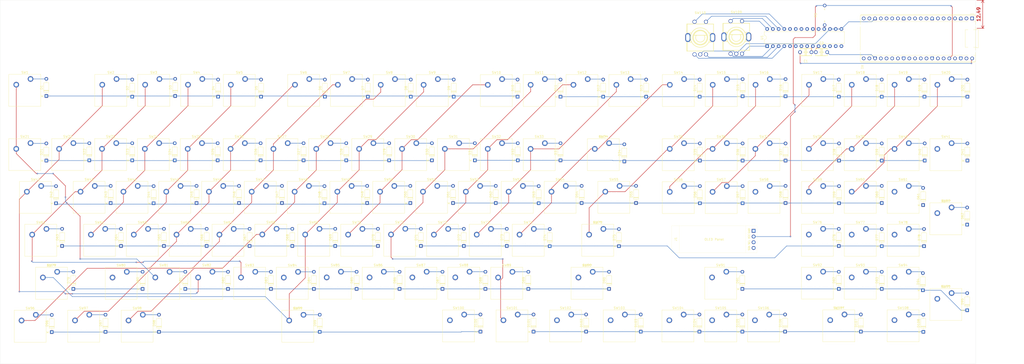
<source format=kicad_pcb>
(kicad_pcb (version 20241229) (generator "pcbnew") (generator_version "9.0")
  (title_block (title "Custom Keyboard") (date "2025-12-05") (rev "1"))
  (layers (0 "F.Cu" signal) (2 "B.Cu" signal) (13 "F.Paste" user) (15 "B.Paste" user) (5 "F.SilkS" user "F.Silkscreen") (7 "B.SilkS" user "B.Silkscreen") (1 "F.Mask" user) (3 "B.Mask" user) (25 "Edge.Cuts" user))
  (net 0 "")
  (net 2 "/ROW9")
  (net 3 "/ROW10")
  (net 4 "GND")
  (net 5 "/ROW2")
  (net 6 "/ROW8")
  (net 7 "/COL2")
  (net 8 "/ROW7")
  (net 9 "/COL8")
  (net 10 "/COL0")
  (net 11 "+3.3V")
  (net 12 "/ROW3")
  (net 13 "/COL1")
  (net 14 "/ROW1")
  (net 15 "/COL9")
  (net 16 "/ROW0")
  (net 17 "/COL3")
  (net 18 "/COL6")
  (net 19 "/COL7")
  (net 20 "/ROW4")
  (net 25 "/COL5")
  (net 26 "/ROW5")
  (net 27 "/ROW6")
  (net 28 "SDA")
  (net 29 "SCL")
  (net 30 "+5V")
  (net 32 "/COL4")
  (net 38 "Net-(D1-A)")
  (net 39 "Net-(D2-A)")
  (net 40 "Net-(D3-A)")
  (net 41 "Net-(D4-A)")
  (net 42 "Net-(D5-A)")
  (net 43 "Net-(D6-A)")
  (net 44 "Net-(D7-A)")
  (net 45 "Net-(D8-A)")
  (net 46 "Net-(D9-A)")
  (net 47 "Net-(D10-A)")
  (net 48 "Net-(D11-A)")
  (net 49 "Net-(D12-A)")
  (net 50 "Net-(D13-A)")
  (net 51 "Net-(D14-A)")
  (net 52 "Net-(D15-A)")
  (net 53 "Net-(D16-A)")
  (net 54 "Net-(D17-A)")
  (net 55 "Net-(D18-A)")
  (net 56 "Net-(D19-A)")
  (net 57 "Net-(D20-A)")
  (net 58 "Net-(D21-A)")
  (net 59 "Net-(D22-A)")
  (net 60 "Net-(D23-A)")
  (net 61 "Net-(D24-A)")
  (net 62 "Net-(D25-A)")
  (net 63 "Net-(D26-A)")
  (net 64 "Net-(D27-A)")
  (net 65 "Net-(D28-A)")
  (net 66 "Net-(D29-A)")
  (net 67 "Net-(D30-A)")
  (net 68 "Net-(D31-A)")
  (net 69 "Net-(D32-A)")
  (net 70 "Net-(D33-A)")
  (net 71 "Net-(D34-A)")
  (net 72 "Net-(D35-A)")
  (net 73 "Net-(D36-A)")
  (net 74 "Net-(D37-A)")
  (net 75 "Net-(D38-A)")
  (net 76 "Net-(D39-A)")
  (net 77 "Net-(D40-A)")
  (net 78 "Net-(D41-A)")
  (net 79 "Net-(D42-A)")
  (net 80 "Net-(D43-A)")
  (net 81 "Net-(D44-A)")
  (net 82 "Net-(D45-A)")
  (net 83 "Net-(D46-A)")
  (net 84 "Net-(D47-A)")
  (net 85 "Net-(D48-A)")
  (net 86 "Net-(D49-A)")
  (net 87 "Net-(D50-A)")
  (net 88 "Net-(D51-A)")
  (net 89 "Net-(D52-A)")
  (net 90 "Net-(D53-A)")
  (net 91 "Net-(D54-A)")
  (net 92 "Net-(D55-A)")
  (net 93 "Net-(D56-A)")
  (net 94 "Net-(D57-A)")
  (net 95 "Net-(D58-A)")
  (net 96 "Net-(D59-A)")
  (net 97 "Net-(D60-A)")
  (net 98 "Net-(D61-A)")
  (net 99 "Net-(D62-A)")
  (net 100 "Net-(D63-A)")
  (net 101 "Net-(D64-A)")
  (net 102 "Net-(D65-A)")
  (net 103 "Net-(D66-A)")
  (net 104 "Net-(D67-A)")
  (net 105 "Net-(D68-A)")
  (net 106 "Net-(D69-A)")
  (net 107 "Net-(D70-A)")
  (net 108 "Net-(D71-A)")
  (net 109 "Net-(D72-A)")
  (net 110 "Net-(D73-A)")
  (net 111 "Net-(D74-A)")
  (net 112 "Net-(D75-A)")
  (net 113 "Net-(D76-A)")
  (net 114 "Net-(D77-A)")
  (net 115 "Net-(D78-A)")
  (net 116 "Net-(D79-A)")
  (net 117 "Net-(D80-A)")
  (net 118 "Net-(D81-A)")
  (net 119 "Net-(D82-A)")
  (net 120 "Net-(D83-A)")
  (net 121 "Net-(D84-A)")
  (net 122 "Net-(D85-A)")
  (net 123 "Net-(D86-A)")
  (net 124 "Net-(D87-A)")
  (net 125 "Net-(D88-A)")
  (net 126 "Net-(D89-A)")
  (net 127 "Net-(D90-A)")
  (net 128 "Net-(D91-A)")
  (net 129 "Net-(D92-A)")
  (net 130 "Net-(D93-A)")
  (net 131 "Net-(D94-A)")
  (net 132 "Net-(D95-A)")
  (net 133 "Net-(D96-A)")
  (net 134 "Net-(D97-A)")
  (net 135 "Net-(D98-A)")
  (net 136 "Net-(D99-A)")
  (net 137 "Net-(D100-A)")
  (net 138 "Net-(D101-A)")
  (net 139 "Net-(D102-A)")
  (net 140 "Net-(D103-A)")
  (net 141 "Net-(U1-~{RESET})")
  (net 142 "/RotEncoder1B2")
  (net 143 "/RotEncoder1A")
  (net 144 "/RotEncoder1B1")
  (net 145 "/RotEncoder1B")
  (net 149 "Net-(D104-A)")
  (net 150 "Net-(D105-A)")
  (net 152 "Net-(D106-A)")
  (net 153 "Net-(D107-A)")
  (net 156 "Net-(D108-A)")
  (net 157 "/RotEncoder2B1")
  (net 158 "/RotEncoder2B2")
  (net 161 "/RotEncoder2A")
  (net 162 "/RotEncoder2B")
  (net 168 "Net-(U1-VDD)")
  (net 169 "Net-(U1-VSS)")
  (footprint "PCM_Switch_Keyboard_Cherry_MX:SW_Cherry_MX_PCB_1.00u" (layer "F.Cu") (at 245.9 114.1)
    (property "Reference" "SW52")
    (property "Value" "SW_Push")
  )
  (footprint "Diode_THT:D_DO-35_SOD27_P7.62mm_Horizontal" (layer "F.Cu") (at 384.1 173.81 90)
    (property "Reference" "D106")
    (property "Value" "D")
  )
  (footprint "Diode_THT:D_DO-35_SOD27_P7.62mm_Horizontal" (layer "F.Cu") (at 59.8 116.72 90)
    (property "Reference" "D42")
    (property "Value" "D")
  )
  (footprint "Diode_THT:D_DO-35_SOD27_P7.62mm_Horizontal" (layer "F.Cu") (at 408.1 97.72 90)
    (property "Reference" "D38")
    (property "Value" "D")
  )
  (footprint "PCM_Switch_Keyboard_Cherry_MX:SW_Cherry_MX_PCB_1.00u" (layer "F.Cu") (at 150.6425 114.1)
    (property "Reference" "SW47")
    (property "Value" "SW_Push")
  )
  (footprint "Diode_THT:D_DO-35_SOD27_P7.62mm_Horizontal" (layer "F.Cu") (at 446.2 97.71 90)
    (property "Reference" "D40")
    (property "Value" "D")
  )
  (footprint "PCM_Switch_Keyboard_Cherry_MX:SW_Cherry_MX_PCB_1.00u" (layer "F.Cu") (at 455.661169 66.552685)
    (property "Reference" "SW20")
    (property "Value" "SW_Push")
  )
  (footprint "PCM_Switch_Keyboard_Cherry_MX:SW_Cherry_MX_PCB_1.00u" (layer "F.Cu") (at 117.2 133.2)
    (property "Reference" "SW66")
    (property "Value" "SW_Push")
  )
  (footprint "PCM_Switch_Keyboard_Cherry_MX:SW_Cherry_MX_PCB_1.00u" (layer "F.Cu") (at 79.1425 133.2)
    (property "Reference" "SW64")
    (property "Value" "SW_Push")
  )
  (footprint "PCM_Switch_Keyboard_Cherry_MX:SW_Cherry_MX_PCB_1.00u" (layer "F.Cu") (at 208.040583 66.565221)
    (property "Reference" "SW8")
    (property "Value" "SW_Push")
  )
  (footprint "Diode_THT:D_DO-35_SOD27_P7.62mm_Horizontal" (layer "F.Cu") (at 346.2 116.71 90)
    (property "Reference" "D56")
    (property "Value" "D")
  )
  (footprint "Diode_THT:D_DO-35_SOD27_P7.62mm_Horizontal" (layer "F.Cu") (at 250.8 154.81 90)
    (property "Reference" "D88")
    (property "Value" "D")
  )
  (footprint "PCM_Switch_Keyboard_Cherry_MX:SW_Cherry_MX_PCB_1.00u" (layer "F.Cu") (at 250.7425 133.2)
    (property "Reference" "SW73")
    (property "Value" "SW_Push")
  )
  (footprint "Diode_THT:D_DO-35_SOD27_P7.62mm_Horizontal" (layer "F.Cu") (at 317.8 116.6 90)
    (property "Reference" "D55")
    (property "Value" "D")
  )
  (footprint "Diode_THT:D_DO-35_SOD27_P7.62mm_Horizontal" (layer "F.Cu") (at 105.6 173.91 90)
    (property "Reference" "D98")
    (property "Value" "D")
  )
  (footprint "Diode_THT:D_DO-35_SOD27_P7.62mm_Horizontal" (layer "F.Cu") (at 81.8 173.91 90)
    (property "Reference" "D97")
    (property "Value" "D")
  )
  (footprint "custom1:SSD1306-0.91-OLED-4pin-128x32" (layer "F.Cu") (at 333.6 126.79)
    (property "Reference" "J1")
    (property "Value" "Conn_01x04_Pin")
  )
  (footprint "Diode_THT:D_DO-35_SOD27_P7.62mm_Horizontal" (layer "F.Cu") (at 145.9 135.71 90)
    (property "Reference" "D67")
    (property "Value" "D")
  )
  (footprint "Diode_THT:D_DO-35_SOD27_P7.62mm_Horizontal" (layer "F.Cu") (at 279.4 135.81 90)
    (property "Reference" "D74")
    (property "Value" "D")
  )
  (footprint "Diode_THT:D_DO-35_SOD27_P7.62mm_Horizontal" (layer "F.Cu") (at 57.9 174.01 90)
    (property "Reference" "D96")
    (property "Value" "D")
  )
  (footprint "PCM_Switch_Keyboard_Cherry_MX:SW_Cherry_MX_Plate_1.25u" (layer "F.Cu") (at 95.86 171.38)
    (property "Reference" "SW98")
    (property "Value" "SW_Push")
  )
  (footprint "Diode_THT:D_DO-35_SOD27_P7.62mm_Horizontal" (layer "F.Cu") (at 136.3 154.81 90)
    (property "Reference" "D82")
    (property "Value" "D")
  )
  (footprint "PCM_Switch_Keyboard_Cherry_MX:SW_Cherry_MX_PCB_1.00u" (layer "F.Cu") (at 374.506845 171.305288)
    (property "Reference" "SW106")
    (property "Value" "SW_Push")
  )
  (footprint "Diode_THT:D_DO-35_SOD27_P7.62mm_Horizontal" (layer "F.Cu") (at 212.6 154.81 90)
    (property "Reference" "D86")
    (property "Value" "D")
  )
  (footprint "stab-footprints:SW_Cherry_MX_2.00u_Vertical_PCB-stab" (layer "F.Cu") (at 458.1 156.6)
    (property "Reference" "REF**")
    (property "Value" "SW_Cherry_MX_2.00u_Vertical_PCB-stab")
  )
  (footprint "Diode_THT:D_DO-35_SOD27_P7.62mm_Horizontal" (layer "F.Cu") (at 465.2 97.71 90)
    (property "Reference" "D41")
    (property "Value" "D")
  )
  (footprint "Diode_THT:D_DO-35_SOD27_P7.62mm_Horizontal" (layer "F.Cu") (at 365.1 154.81 90)
    (property "Reference" "D91")
    (property "Value" "D")
  )
  (footprint "PCM_Switch_Keyboard_Cherry_MX:SW_Cherry_MX_PCB_1.00u" (layer "F.Cu") (at 398.489492 133.169059)
    (property "Reference" "SW76")
    (property "Value" "SW_Push")
  )
  (footprint "PCM_Switch_Keyboard_Cherry_MX:SW_Cherry_MX_PCB_1.00u" (layer "F.Cu") (at 179.360628 95.056953)
    (property "Reference" "SW28")
    (property "Value" "SW_Push")
  )
  (footprint "PCM_Switch_Keyboard_Cherry_MX:SW_Cherry_MX_PCB_1.00u" (layer "F.Cu") (at 236.569228 95.059152)
    (property "Reference" "SW31")
    (property "Value" "SW_Push")
  )
  (footprint "Diode_THT:D_DO-35_SOD27_P7.62mm_Horizontal" (layer "F.Cu") (at 150.8 97.62 90)
    (property "Reference" "D26")
    (property "Value" "D")
  )
  (footprint "PCM_Switch_Keyboard_Cherry_MX:SW_Cherry_MX_PCB_1.00u" (layer "F.Cu") (at 436.613202 66.54477)
    (property "Reference" "SW19")
    (property "Value" "SW_Push")
  )
  (footprint "Diode_THT:D_DO-35_SOD27_P7.62mm_Horizontal" (layer "F.Cu") (at 427.1 97.72 90)
    (property "Reference" "D39")
    (property "Value" "D")
  )
  (footprint "PCM_Switch_Keyboard_Cherry_MX:SW_Cherry_MX_PCB_1.00u" (layer "F.Cu") (at 122.183388 95.049899)
    (property "Reference" "SW25")
    (property "Value" "SW_Push")
  )
  (footprint "Diode_THT:D_DO-35_SOD27_P7.62mm_Horizontal" (layer "F.Cu") (at 155.4 154.81 90)
    (property "Reference" "D83")
    (property "Value" "D")
  )
  (footprint "Diode_THT:D_DO-35_SOD27_P7.62mm_Horizontal" (layer "F.Cu") (at 284.2 69.31 90)
    (property "Reference" "D11")
    (property "Value" "D")
  )
  (footprint "PCM_Switch_Keyboard_Cherry_MX:SW_Cherry_MX_Plate_1.25u" (layer "F.Cu") (at 72.06 171.38)
    (property "Reference" "SW97")
    (property "Value" "SW_Push")
  )
  (footprint "Diode_THT:D_DO-35_SOD27_P7.62mm_Horizontal" (layer "F.Cu") (at 74.6 97.62 90)
    (property "Reference" "D22")
    (property "Value" "D")
  )
  (footprint "Diode_THT:D_DO-35_SOD27_P7.62mm_Horizontal" (layer "F.Cu") (at 365.2 69.12 90)
    (property "Reference" "D15")
    (property "Value" "D")
  )
  (footprint "Diode_THT:D_DO-35_SOD27_P7.62mm_Horizontal" (layer "F.Cu") (at 151 69.31 90)
    (property "Reference" "D5")
    (property "Value" "D")
  )
  (footprint "Diode_THT:D_DO-35_SOD27_P7.62mm_Horizontal" (layer "F.Cu") (at 236.4 116.61 90)
    (property "Reference" "D51")
    (property "Value" "D")
  )
  (footprint "stab-footprints:SW_Cherry_MX_2.25u_PCB-stab" (layer "F.Cu") (at 60.343293 147.250032)
    (property "Reference" "REF**")
    (property "Value" "SW_Cherry_MX_2.25u_PCB-stab")
  )
  (footprint "PCM_Switch_Keyboard_Cherry_MX:SW_Cherry_MX_PCB_1.00u" (layer "F.Cu") (at 284 114.1)
    (property "Reference" "SW54")
    (property "Value" "SW_Push")
  )
  (footprint "Diode_THT:D_DO-35_SOD27_P7.62mm_Horizontal" (layer "F.Cu") (at 384.3 116.61 90)
    (property "Reference" "D58")
    (property "Value" "D")
  )
  (footprint "PCM_Switch_Keyboard_Cherry_MX:SW_Cherry_MX_PCB_1.00u" (layer "F.Cu") (at 293.762838 66.561771)
    (property "Reference" "SW12")
    (property "Value" "SW_Push")
  )
  (footprint "Diode_THT:D_DO-35_SOD27_P7.62mm_Horizontal" (layer "F.Cu") (at 188.9 97.62 90)
    (property "Reference" "D28")
    (property "Value" "D")
  )
  (footprint "Diode_THT:D_DO-35_SOD27_P7.62mm_Horizontal" (layer "F.Cu") (at 417.8 173.81 90)
    (property "Reference" "D107")
    (property "Value" "D")
  )
  (footprint "PCM_Switch_Keyboard_Cherry_MX:SW_Cherry_MX_PCB_1.00u" (layer "F.Cu") (at 45.92 66.5)
    (property "Reference" "SW1")
    (property "Value" "SW_Push")
  )
  (footprint "Diode_THT:D_DO-35_SOD27_P7.62mm_Horizontal" (layer "F.Cu") (at 446.1 69.31 90)
    (property "Reference" "D19")
    (property "Value" "D")
  )
  (footprint "PCM_Switch_Keyboard_Cherry_MX:SW_Cherry_MX_Plate_1.25u" (layer "F.Cu") (at 262.62 171.3)
    (property "Reference" "SW101")
    (property "Value" "SW_Push")
  )
  (footprint "stab-footprints:SW_Cherry_MX_6.25u_PCB-stab" (layer "F.Cu") (at 169.876934 166.298143)
    (property "Reference" "REF**")
    (property "Value" "SW_Cherry_MX_6.25u_PCB-stab")
  )
  (footprint "PCM_Switch_Keyboard_Cherry_MX:SW_Cherry_MX_PCB_1.00u" (layer "F.Cu") (at 274.720794 66.560145)
    (property "Reference" "SW11")
    (property "Value" "SW_Push")
  )
  (footprint "Diode_THT:D_DO-35_SOD27_P7.62mm_Horizontal" (layer "F.Cu") (at 217.6 69.31 90)
    (property "Reference" "D8")
    (property "Value" "D")
  )
  (footprint "PCM_Switch_Keyboard_Cherry_MX:SW_Cherry_MX_PCB_1.00u" (layer "F.Cu") (at 355.652827 114.177603)
    (property "Reference" "SW57")
    (property "Value" "SW_Push")
  )
  (footprint "PCM_Switch_Keyboard_Cherry_MX:SW_Cherry_MX_PCB_1.00u" (layer "F.Cu") (at 374.693584 95.073693)
    (property "Reference" "SW37")
    (property "Value" "SW_Push")
  )
  (footprint "Diode_THT:D_DO-35_SOD27_P7.62mm_Horizontal" (layer "F.Cu") (at 203 135.71 90)
    (property "Reference" "D70")
    (property "Value" "D")
  )
  (footprint "Diode_THT:D_DO-35_SOD27_P7.62mm_Horizontal" (layer "F.Cu") (at 241.2 135.71 90)
    (property "Reference" "D72")
    (property "Value" "D")
  )
  (footprint "PCM_Switch_Keyboard_Cherry_MX:SW_Cherry_MX_Plate_2.00u_90deg" (layer "F.Cu") (at 455.624731 123.651498)
    (property "Reference" "SW62")
    (property "Value" "SW_Push")
  )
  (footprint "Diode_THT:D_DO-35_SOD27_P7.62mm_Horizontal" (layer "F.Cu") (at 284.2 97.62 90)
    (property "Reference" "D33")
    (property "Value" "D")
  )
  (footprint "PCM_Switch_Keyboard_Cherry_MX:SW_Cherry_MX_PCB_1.00u" (layer "F.Cu") (at 417.56874 66.54487)
    (property "Reference" "SW18")
    (property "Value" "SW_Push")
  )
  (footprint "Diode_THT:D_DO-35_SOD27_P7.62mm_Horizontal" (layer "F.Cu") (at 384.3 97.72 90)
    (property "Reference" "D37")
    (property "Value" "D")
  )
  (footprint "PCM_Switch_Keyboard_Cherry_MX:SW_Cherry_MX_PCB_1.00u" (layer "F.Cu") (at 188.7425 114.1)
    (property "Reference" "SW49")
    (property "Value" "SW_Push")
  )
  (footprint "Diode_THT:D_DO-35_SOD27_P7.62mm_Horizontal" (layer "F.Cu") (at 103.2 116.71 90)
    (property "Reference" "D44")
    (property "Value" "D")
  )
  (footprint "PCM_Switch_Keyboard_Cherry_MX:SW_Cherry_MX_PCB_1.00u" (layer "F.Cu") (at 436.601238 133.210224)
    (property "Reference" "SW78")
    (property "Value" "SW_Push")
  )
  (footprint "PCM_Switch_Keyboard_Cherry_MX:SW_Cherry_MX_Plate_1.25u" (layer "F.Cu") (at 48.267764 171.40481)
    (property "Reference" "SW96")
    (property "Value" "SW_Push")
  )
  (footprint "PCM_Switch_Keyboard_Cherry_MX:SW_Cherry_MX_PCB_1.00u" (layer "F.Cu") (at 160.313179 95.060614)
    (property "Reference" "SW27")
    (property "Value" "SW_Push")
  )
  (footprint "PCM_Switch_Keyboard_Cherry_MX:SW_Cherry_MX_PCB_1.00u" (layer "F.Cu") (at 198.436464 95.056112)
    (property "Reference" "SW29")
    (property "Value" "SW_Push")
  )
  (footprint "Diode_THT:D_DO-35_SOD27_P7.62mm_Horizontal" (layer "F.Cu") (at 322.3 69.31 90)
    (property "Reference" "D13")
    (property "Value" "D")
  )
  (footprint "PCM_Switch_Keyboard_Cherry_MX:SW_Cherry_MX_Plate_2.00u" (layer "F.Cu") (at 407.987041 171.259077)
    (property "Reference" "SW107")
    (property "Value" "SW_Push")
  )
  (footprint "PCM_Switch_Keyboard_Cherry_MX:SW_Cherry_MX_PCB_1.00u" (layer "F.Cu") (at 260.273588 152.279275)
    (property "Reference" "SW89")
    (property "Value" "SW_Push")
  )
  (footprint "PCM_Switch_Keyboard_Cherry_MX:SW_Cherry_MX_PCB_1.00u" (layer "F.Cu") (at 193.5425 133.2)
    (property "Reference" "SW70")
    (property "Value" "SW_Push")
  )
  (footprint "Diode_THT:D_DO-35_SOD27_P7.62mm_Horizontal" (layer "F.Cu") (at 260.3 135.71 90)
    (property "Reference" "D73")
    (property "Value" "D")
  )
  (footprint "PCM_Switch_Keyboard_Cherry_MX:SW_Cherry_MX_Plate_2.75u" (layer "F.Cu") (at 295.98867 152.279275)
    (property "Reference" "SW90")
    (property "Value" "SW_Push")
  )
  (footprint "Diode_THT:D_DO-35_SOD27_P7.62mm_Horizontal" (layer "F.Cu") (at 193.5 154.81 90)
    (property "Reference" "D85")
    (property "Value" "D")
  )
  (footprint "PCM_Switch_Keyboard_Cherry_MX:SW_Cherry_MX_PCB_1.00u" (layer "F.Cu") (at 212.62729 133.143301)
    (property "Reference" "SW71")
    (property "Value" "SW_Push")
  )
  (footprint "PCM_Switch_Keyboard_Cherry_MX:SW_Cherry_MX_PCB_1.00u" (layer "F.Cu") (at 336.439316 171.303761)
    (property "Reference" "SW104")
    (property "Value" "SW_Push")
  )
  (footprint "Diode_THT:D_DO-35_SOD27_P7.62mm_Horizontal" (layer "F.Cu") (at 179.2 116.71 90)
    (property "Reference" "D48")
    (property "Value" "D")
  )
  (footprint "Diode_THT:D_DO-35_SOD27_P7.62mm_Horizontal" (layer "F.Cu") (at 67.5 154.81 90)
    (property "Reference" "D79")
    (property "Value" "D")
  )
  (footprint "easyeda2kicad:SW-TH_EC11XXXXXXXX" (layer "F.Cu") (at 362.4 42.95)
    (property "Reference" "SW109")
    (property "Value" "RotaryEncoder_Switch")
  )
  (footprint "Diode_THT:D_DO-35_SOD27_P7.62mm_Horizontal" (layer "F.Cu") (at 207.984428 97.619391 90)
    (property "Reference" "D29")
    (property "Value" "D")
  )
  (footprint "Diode_THT:D_DO-35_SOD27_P7.62mm_Horizontal" (layer "F.Cu") (at 141.2 116.61 90)
    (property "Reference" "D46")
    (property "Value" "D")
  )
  (footprint "Diode_THT:D_DO-35_SOD27_P7.62mm_Horizontal" (layer "F.Cu") (at 310.2 135.81 90)
    (property "Reference" "D75")
    (property "Value" "D")
  )
  (footprint "Diode_THT:D_DO-35_SOD27_P7.62mm_Horizontal" (layer "F.Cu") (at 227 97.62 90)
    (property "Reference" "D30")
    (property "Value" "D")
  )
  (footprint "PCM_Switch_Keyboard_Cherry_MX:SW_Cherry_MX_Plate_1.50u" (layer "F.Cu") (at 50.646884 114.124031)
    (property "Reference" "SW42")
    (property "Value" "SW_Push")
  )
  (footprint "PCM_Switch_Keyboard_Cherry_MX:SW_Cherry_MX_PCB_1.00u" (layer "F.Cu") (at 88.733426 152.289712)
    (property "Reference" "SW80")
    (property "Value" "SW_Push")
  )
  (footprint "PCM_Switch_Keyboard_Cherry_MX:SW_Cherry_MX_PCB_1.00u" (layer "F.Cu") (at 417.540519 152.247722)
    (property "Reference" "SW93")
    (property "Value" "SW_Push")
  )
  (footprint "stab-footprints:SW_Cherry_MX_2.75u_PCB-stab" (layer "F.Cu") (at 298.6 147.2)
    (property "Reference" "REF**")
    (property "Value" "SW_Cherry_MX_2.75u_PCB-stab")
  )
  (footprint "PCM_Switch_Keyboard_Cherry_MX:SW_Cherry_MX_PCB_1.00u" (layer "F.Cu") (at 84.176232 66.524027)
    (property "Reference" "SW2")
    (property "Value" "SW_Push")
  )
  (footprint "Diode_THT:D_DO-35_SOD27_P7.62mm_Horizontal" (layer "F.Cu") (at 305.8 154.81 90)
    (property "Reference" "D90")
    (property "Value" "D")
  )
  (footprint "PCM_Switch_Keyboard_Cherry_MX:SW_Cherry_MX_PCB_1.00u" (layer "F.Cu") (at 417.5425 133.2)
    (property "Reference" "SW77")
    (property "Value" "SW_Push")
  )
  (footprint "Diode_THT:D_DO-35_SOD27_P7.62mm_Horizontal" (layer "F.Cu") (at 231.7 154.81 90)
    (property "Reference" "D87")
    (property "Value" "D")
  )
  (footprint "Diode_THT:D_DO-35_SOD27_P7.62mm_Horizontal" (layer "F.Cu") (at 184 135.71 90)
    (property "Reference" "D69")
    (property "Value" "D")
  )
  (footprint "Diode_THT:D_DO-35_SOD27_P7.62mm_Horizontal" (layer "F.Cu") (at 236.7 69.31 90)
    (property "Reference" "D9")
    (property "Value" "D")
  )
  (footprint "Diode_THT:D_DO-35_SOD27_P7.62mm_Horizontal" (layer "F.Cu") (at 303.2 69.31 90)
    (property "Reference" "D12")
    (property "Value" "D")
  )
  (footprint "PCM_Switch_Keyboard_Cherry_MX:SW_Cherry_MX_PCB_1.00u" (layer "F.Cu") (at 103.256082 66.524027)
    (property "Reference" "SW3")
    (property "Value" "SW_Push")
  )
  (footprint "Diode_THT:D_DO-35_SOD27_P7.62mm_Horizontal" (layer "F.Cu") (at 131.9 69.31 90)
    (property "Reference" "D4")
    (property "Value" "D")
  )
  (footprint "PCM_Switch_Keyboard_Cherry_MX:SW_Cherry_MX_PCB_1.00u" (layer "F.Cu") (at 398.486959 152.223978)
    (property "Reference" "SW92")
    (property "Value" "SW_Push")
  )
  (footprint "stab-footprints:SW_Cherry_MX_2.00u_Vertical_PCB-stab" (layer "F.Cu") (at 458.2 118.6)
    (property "Reference" "REF**")
    (property "Value" "SW_Cherry_MX_2.00u_Vertical_PCB-stab")
  )
  (footprint "PCM_Switch_Keyboard_Cherry_MX:SW_Cherry_MX_Plate_2.00u_90deg" (layer "F.Cu") (at 455.631832 161.746246)
    (property "Reference" "SW95")
    (property "Value" "SW_Push")
  )
  (footprint "PCM_Switch_Keyboard_Cherry_MX:SW_Cherry_MX_PCB_1.00u" (layer "F.Cu") (at 336.639249 66.557158)
    (property "Reference" "SW14")
    (property "Value" "SW_Push")
  )
  (footprint "Diode_THT:D_DO-35_SOD27_P7.62mm_Horizontal" (layer "F.Cu") (at 465.2 69.31 90)
    (property "Reference" "D20")
    (property "Value" "D")
  )
  (footprint "Diode_THT:D_DO-35_SOD27_P7.62mm_Horizontal" (layer "F.Cu") (at 131.7 97.62 90)
    (property "Reference" "D25")
    (property "Value" "D")
  )
  (footprint "PCM_Switch_Keyboard_Cherry_MX:SW_Cherry_MX_PCB_1.00u" (layer "F.Cu") (at 145.891076 152.268228)
    (property "Reference" "SW83")
    (property "Value" "SW_Push")
  )
  (footprint "Diode_THT:D_DO-35_SOD27_P7.62mm_Horizontal" (layer "F.Cu") (at 445.6 173.91 90)
    (property "Reference" "D108")
    (property "Value" "D")
  )
  (footprint "Diode_THT:D_DO-35_SOD27_P7.62mm_Horizontal" (layer "F.Cu") (at 174.5 154.81 90)
    (property "Reference" "D84")
    (property "Value" "D")
  )
  (footprint "PCM_Switch_Keyboard_Cherry_MX:SW_Cherry_MX_PCB_1.00u" (layer "F.Cu") (at 203.079911 152.250223)
    (property "Reference" "SW86")
    (property "Value" "SW_Push")
  )
  (footprint "Diode_THT:D_DO-35_SOD27_P7.62mm_Horizontal" (layer "F.Cu") (at 55.5 69 90)
    (property "Reference" "D1")
    (property "Value" "D")
  )
  (footprint "Diode_THT:D_DO-35_SOD27_P7.62mm_Horizontal" (layer "F.Cu") (at 465.1 126.22 90)
    (property "Reference" "D62")
    (property "Value" "D")
  )
  (footprint "Diode_THT:D_DO-35_SOD27_P7.62mm_Horizontal" (layer "F.Cu") (at 272.2 173.82 90)
    (property "Reference" "D101")
    (property "Value" "D")
  )
  (footprint "Diode_THT:D_DO-35_SOD27_P7.62mm_Horizontal" (layer "F.Cu") (at 198.5 69.31 90)
    (property "Reference" "D7")
    (property "Value" "D")
  )
  (footprint "Diode_THT:D_DO-35_SOD27_P7.62mm_Horizontal" (layer "F.Cu") (at 217.4 116.61 90)
    (property "Reference" "D50")
    (property "Value" "D")
  )
  (footprint "Diode_THT:D_DO-35_SOD27_P7.62mm_Horizontal" (layer "F.Cu") (at 177.1 173.91 90)
    (property "Reference" "D99")
    (property "Value" "D")
  )
  (footprint "Diode_THT:D_DO-35_SOD27_P7.62mm_Horizontal" (layer "F.Cu") (at 365.2 97.72 90)
    (property "Reference" "D36")
    (property "Value" "D")
  )
  (footprint "Diode_THT:D_DO-35_SOD27_P7.62mm_Horizontal" (layer "F.Cu") (at 465.1 164.31 90)
    (property "Reference" "D95")
    (property "Value" "D")
  )
  (footprint "Diode_THT:D_DO-35_SOD27_P7.62mm_Horizontal" (layer "F.Cu") (at 365.1 173.82 90)
    (property "Reference" "D105")
    (property "Value" "D")
  )
  (footprint "Diode_THT:D_DO-35_SOD27_P7.62mm_Horizontal" (layer "F.Cu") (at 248.6 173.82 90)
    (property "Reference" "D100")
    (property "Value" "D")
  )
  (footprint "Diode_THT:D_DO-35_SOD27_P7.62mm_Horizontal" (layer "F.Cu") (at 408 154.8 90)
    (property "Reference" "D92")
    (property "Value" "D")
  )
  (footprint "Diode_THT:D_DO-35_SOD27_P7.62mm_Horizontal" (layer "F.Cu") (at 93.7 69.31 90)
    (property "Reference" "D2")
    (property "Value" "D")
  )
  (footprint "PCM_Switch_Keyboard_Cherry_MX:SW_Cherry_MX_PCB_1.00u" (layer "F.Cu") (at 255.670582 66.572622)
    (property "Reference" "SW10")
    (property "Value" "SW_Push")
  )
  (footprint "PCM_Switch_Keyboard_Cherry_MX:SW_Cherry_MX_PCB_1.00u" (layer "F.Cu") (at 355.466005 171.303761)
    (property "Reference" "SW105")
    (property "Value" "SW_Push")
  )
  (footprint "PCM_Switch_Keyboard_Cherry_MX:SW_Cherry_MX_Plate_1.25u" (layer "F.Cu") (at 238.82 171.3)
    (property "Reference" "SW100")
    (property "Value" "SW_Push")
  )
  (footprint "Diode_THT:D_DO-35_SOD27_P7.62mm_Horizontal" (layer "F.Cu") (at 246.1 97.62 90)
    (property "Reference" "D31")
    (property "Value" "D")
  )
  (footprint "PCM_Switch_Keyboard_Cherry_MX:SW_Cherry_MX_PCB_1.00u" (layer "F.Cu") (at 184.01 152.24)
    (property "Reference" "SW85")
    (property "Value" "SW_Push")
  )
  (footprint "PCM_Switch_Keyboard_Cherry_MX:SW_Cherry_MX_PCB_1.00u" (layer "F.Cu") (at 217.519015 95.059507)
    (property "Reference" "SW30")
    (property "Value" "SW_Push")
  )
  (footprint "Diode_THT:D_DO-35_SOD27_P7.62mm_Horizontal" (layer "F.Cu") (at 126.8 135.71 90)
    (property "Reference" "D66")
    (property "Value" "D")
  )
  (footprint "PCM_Switch_Keyboard_Cherry_MX:SW_Cherry_MX_PCB_1.00u" (layer "F.Cu") (at 355.652827 95.073693)
    (property "Reference" "SW36")
    (property "Value" "SW_Push")
  )
  (footprint "stab-footprints:SW_Cherry_MX_2.00u_PCB_stabs" (layer "F.Cu") (at 410.6 166.2)
    (property "Reference" "REF**")
    (property "Value" "SW_Cherry_MX_2.00u_PCB_stabs")
  )
  (footprint "PCM_Switch_Keyboard_Cherry_MX:SW_Cherry_MX_PCB_1.00u" (layer "F.Cu") (at 436.573438 171.259077)
    (property "Reference" "SW108")
    (property "Value" "SW_Push")
  )
  (footprint "PCM_Switch_Keyboard_Cherry_MX:SW_Cherry_MX_Plate_2.00u" (layer "F.Cu") (at 303.271745 95.067979)
    (property "Reference" "SW34")
    (property "Value" "SW_Push")
  )
  (footprint "PCM_Switch_Keyboard_Cherry_MX:SW_Cherry_MX_PCB_1.00u" (layer "F.Cu") (at 188.973182 66.541772)
    (property "Reference" "SW7")
    (property "Value" "SW_Push")
  )
  (footprint "PCM_Switch_Keyboard_Cherry_MX:SW_Cherry_MX_Plate_1.25u" (layer "F.Cu") (at 286.4425 171.3)
    (property "Reference" "SW102")
    (property "Value" "SW_Push")
  )
  (footprint "easyeda2kicad:CAP-TH_L5.1-W3.2-P5.08-D0.50" (layer "F.Cu") (at 393.3 49.5 180)
    (property "Reference" "C1")
    (property "Value" "0.1µF")
  )
  (footprint "Diode_THT:D_DO-35_SOD27_P7.62mm_Horizontal" (layer "F.Cu") (at 427.1 154.81 90)
    (property "Reference" "D93")
    (property "Value" "D")
  )
  (footprint "Diode_THT:D_DO-35_SOD27_P7.62mm_Horizontal" (layer "F.Cu") (at 84.1 116.62 90)
    (property "Reference" "D43")
    (property "Value" "D")
  )
  (footprint "Diode_THT:D_DO-35_SOD27_P7.62mm_Horizontal" (layer "F.Cu") (at 319.9 173.82 90)
    (property "Reference" "D103")
    (property "Value" "D")
  )
  (footprint "Package_DIP:DIP-28_W7.62mm" (layer "F.Cu") (at 376.14 46.82 90)
    (property "Reference" "U1")
    (property "Value" "MCP23017-E_SP")
  )
  (footprint "Diode_THT:D_DO-35_SOD27_P7.62mm_Horizontal" (layer "F.Cu") (at 346 173.82 90)
    (property "Reference" "D104")
    (property "Value" "D")
  )
  (footprint "PCM_Switch_Keyboard_Cherry_MX:SW_Cherry_MX_PCB_1.00u" (layer "F.Cu") (at 398.51 114.14)
    (property "Reference" "SW59")
    (property "Value" "SW_Push")
  )
  (footprint "Diode_THT:D_DO-35_SOD27_P7.62mm_Horizontal" (layer "F.Cu") (at 408 69.31 90)
    (property "Reference" "D17")
    (property "Value" "D")
  )
  (footprint "PCM_Switch_Keyboard_Cherry_MX:SW_Cherry_MX_Plate_1.75u" (layer "F.Cu") (at 53 133.2)
    (property "Reference" "SW63")
    (property "Value" "SW_Push")
  )
  (footprint "stab-footprints:SW_Cherry_MX_2.00u_PCB_stabs" (layer "F.Cu") (at 305.8 90)
    (property "Reference" "REF**")
    (property "Value" "SW_Cherry_MX_2.00u_PCB_stabs")
  )
  (footprint "easyeda2kicad:SW-TH_EC11XXXXXXXX" (layer "F.Cu") (at 346.36 43.25)
    (property "Reference" "SW110")
    (property "Value" "RotaryEncoder_Switch")
  )
  (footprint "Diode_THT:D_DO-35_SOD27_P7.62mm_Horizontal" (layer "F.Cu") (at 265.2 97.62 90)
    (property "Reference" "D32")
    (property "Value" "D")
  )
  (footprint "PCM_Switch_Keyboard_Cherry_MX:SW_Cherry_MX_Plate_2.25u" (layer "F.Cu") (at 300.7425 133.2)
    (property "Reference" "SW75")
    (property "Value" "SW_Push")
  )
  (footprint "PCM_Switch_Keyboard_Cherry_MX:SW_Cherry_MX_PCB_1.00u" (layer "F.Cu") (at 417.549689 95.073863)
    (property "Reference" "SW39")
    (property "Value" "SW_Push")
  )
  (footprint "PCM_Switch_Keyboard_Cherry_MX:SW_Cherry_MX_PCB_1.00u" (layer "F.Cu") (at 169.7425 114.1)
    (property "Reference" "SW48")
    (property "Value" "SW_Push")
  )
  (footprint "Diode_THT:D_DO-35_SOD27_P7.62mm_Horizontal" (layer "F.Cu") (at 107.8 135.71 90)
    (property "Reference" "D65")
    (property "Value" "D")
  )
  (footprint "Diode_THT:D_DO-35_SOD27_P7.62mm_Horizontal" (layer "F.Cu") (at 293.6 116.61 90)
    (property "Reference" "D54")
    (property "Value" "D")
  )
  (footprint "Diode_THT:D_DO-35_SOD27_P7.62mm_Horizontal" (layer "F.Cu") (at 346.1 69.31 90)
    (property "Reference" "D14")
    (property "Value" "D")
  )
  (footprint "PCM_Switch_Keyboard_Cherry_MX:SW_Cherry_MX_PCB_1.00u" (layer "F.Cu") (at 207.7425 114.1)
    (property "Reference" "SW50")
    (property "Value" "SW_Push")
  )
  (footprint "Diode_THT:D_DO-35_SOD27_P7.62mm_Horizontal" (layer "F.Cu") (at 384.3 69.12 90)
    (property "Reference" "D16")
    (property "Value" "D")
  )
  (footprint "PCM_Switch_Keyboard_Cherry_MX:SW_Cherry_MX_PCB_1.00u" (layer "F.Cu") (at 227.118013 66.565221)
    (property "Reference" "SW9")
    (property "Value" "SW_Push")
  )
  (footprint "Diode_THT:D_DO-35_SOD27_P7.62mm_Horizontal" (layer "F.Cu") (at 312.6 98.11 90)
    (property "Reference" "D34")
    (property "Value" "D")
  )
  (footprint "PCM_Switch_Keyboard_Cherry_MX:SW_Cherry_MX_PCB_1.00u" (layer "F.Cu") (at 93.6 114.1)
    (property "Reference" "SW44")
    (property "Value" "SW_Push")
  )
  (footprint "Module:RaspberryPi_Pico_Common_THT" (layer "F.Cu") (at 467.3175 34.5 -90)
    (property "Reference" "A1")
    (property "Value" "RaspberryPi_Pico")
  )
  (footprint "PCM_Switch_Keyboard_Cherry_MX:SW_Cherry_MX_Plate_2.25u" (layer "F.Cu") (at 57.771964 152.27897)
    (property "Reference" "SW79")
    (property "Value" "SW_Push")
  )
  (footprint "Diode_THT:D_DO-35_SOD27_P7.62mm_Horizontal" (layer "F.Cu") (at 93.7 97.62 90)
    (property "Reference" "D23")
    (property "Value" "D")
  )
  (footprint "Diode_THT:D_DO-35_SOD27_P7.62mm_Horizontal" (layer "F.Cu") (at 112.8 69 90)
    (property "Reference" "D3")
    (property "Value" "D")
  )
  (footprint "Diode_THT:D_DO-35_SOD27_P7.62mm_Horizontal" (layer "F.Cu") (at 427.1 135.81 90)
    (property "Reference" "D77")
    (property "Value" "D")
  )
  (footprint "PCM_Switch_Keyboard_Cherry_MX:SW_Cherry_MX_PCB_1.00u" (layer "F.Cu") (at 336.606374 114.177603)
    (property "Reference" "SW56")
    (property "Value" "SW_Push")
  )
  (footprint "PCM_Switch_Keyboard_Cherry_MX:SW_Cherry_MX_PCB_1.00u" (layer "F.Cu") (at 398.49463 95.062451)
    (property "Reference" "SW38")
    (property "Value" "SW_Push")
  )
  (footprint "PCM_Switch_Keyboard_Cherry_MX:SW_Cherry_MX_PCB_1.00u" (layer "F.Cu") (at 269.8 133.2)
    (property "Reference" "SW74")
    (property "Value" "SW_Push")
  )
  (footprint "easyeda2kicad:RES-TH_BD2.5-L4.7-P8.70-D0.5" (layer "F.Cu") (at 401.7 33.1 90)
    (property "Reference" "R3")
    (property "Value" "4.7k")
  )
  (footprint "Diode_THT:D_DO-35_SOD27_P7.62mm_Horizontal" (layer "F.Cu") (at 295.6 173.81 90)
    (property "Reference" "D102")
    (property "Value" "D")
  )
  (footprint "PCM_Switch_Keyboard_Cherry_MX:SW_Cherry_MX_PCB_1.00u" (layer "F.Cu") (at 336.605641 95.069136)
    (property "Reference" "SW35")
    (property "Value" "SW_Push")
  )
  (footprint "PCM_Switch_Keyboard_Cherry_MX:SW_Cherry_MX_PCB_1.00u" (layer "F.Cu") (at 231.7 133.2)
    (property "Reference" "SW72")
    (property "Value" "SW_Push")
  )
  (footprint "Diode_THT:D_DO-35_SOD27_P7.62mm_Horizontal" (layer "F.Cu") (at 222.1 135.7 90)
    (property "Reference" "D71")
    (property "Value" "D")
  )
  (footprint "PCM_Switch_Keyboard_Cherry_MX:SW_Cherry_MX_PCB_1.00u" (layer "F.Cu") (at 64.983415 95.049899)
    (property "Reference" "SW22")
    (property "Value" "SW_Push")
  )
  (footprint "PCM_Switch_Keyboard_Cherry_MX:SW_Cherry_MX_PCB_1.00u" (layer "F.Cu") (at 169.908687 66.534126)
    (property "Reference" "SW6")
    (property "Value" "SW_Push")
  )
  (footprint "Diode_THT:D_DO-35_SOD27_P7.62mm_Horizontal" (layer "F.Cu") (at 169.9 97.62 90)
    (property "Reference" "D27")
    (property "Value" "D")
  )
  (footprint "easyeda2kicad:CAP-TH_L5.1-W3.2-P5.08-D0.50" (layer "F.Cu") (at 400.3 49.5)
    (property "Reference" "C2")
    (property "Value" "0.1µF")
  )
  (footprint "PCM_Switch_Keyboard_Cherry_MX:SW_Cherry_MX_PCB_1.00u" (layer "F.Cu") (at 45.916758 95.049899)
    (property "Reference" "SW21")
    (property "Value" "SW_Push")
  )
  (footprint "PCM_Switch_Keyboard_Cherry_MX:SW_Cherry_MX_Plate_1.25u" (layer "F.Cu") (at 310.3 171.3)
    (property "Reference" "SW103")
    (property "Value" "SW_Push")
  )
  (footprint "PCM_Switch_Keyboard_Cherry_MX:SW_Cherry_MX_PCB_1.00u" (layer "F.Cu") (at 374.719465 114.146026)
    (property "Reference" "SW58")
    (property "Value" "SW_Push")
  )
  (footprint "Diode_THT:D_DO-35_SOD27_P7.62mm_Horizontal" (layer "F.Cu") (at 346.2 97.72 90)
    (property "Reference" "D35")
    (property "Value" "D")
  )
  (footprint "Diode_THT:D_DO-35_SOD27_P7.62mm_Horizontal" (layer "F.Cu") (at 179.4 69.31 90)
    (property "Reference" "D6")
    (property "Value" "D")
  )
  (footprint "Diode_THT:D_DO-35_SOD27_P7.62mm_Horizontal" (layer "F.Cu") (at 112.6 97.62 90)
    (property "Reference" "D24")
    (property "Value" "D")
  )
  (footprint "PCM_Switch_Keyboard_Cherry_MX:SW_Cherry_MX_PCB_1.00u" (layer "F.Cu") (at 174.450509 133.162456)
    (property "Reference" "SW69")
    (property "Value" "SW_Push")
  )
  (footprint "PCM_Switch_Keyboard_Cherry_MX:SW_Cherry_MX_PCB_1.00u" (layer "F.Cu") (at 141.363733 66.523628)
    (property "Reference" "SW5")
    (property "Value" "SW_Push")
  )
  (footprint "PCM_Switch_Keyboard_Cherry_MX:SW_Cherry_MX_PCB_1.00u" (layer "F.Cu") (at 222.11943 152.250223)
    (property "Reference" "SW87")
    (property "Value" "SW_Push")
  )
  (footprint "PCM_Switch_Keyboard_Cherry_MX:SW_Cherry_MX_Plate_1.50u" (layer "F.Cu") (at 307.9425 114.1)
    (property "Reference" "SW55")
    (property "Value" "SW_Push")
  )
  (footprint "Diode_THT:D_DO-35_SOD27_P7.62mm_Horizontal" (layer "F.Cu") (at 122.3 116.62 90)
    (property "Reference" "D45")
    (property "Value" "D")
  )
  (footprint "PCM_Switch_Keyboard_Cherry_MX:SW_Cherry_MX_PCB_1.00u" (layer "F.Cu") (at 84.053967 95.049899)
    (property "Reference" "SW23")
    (property "Value" "SW_Push")
  )
  (footprint "PCM_Switch_Keyboard_Cherry_MX:SW_Cherry_MX_PCB_1.00u" (layer "F.Cu") (at 398.559361 66.546744)
    (property "Reference" "SW17")
    (property "Value" "SW_Push")
  )
  (footprint "PCM_Switch_Keyboard_Cherry_MX:SW_Cherry_MX_PCB_1.00u" (layer "F.Cu") (at 417.5425 114.1)
    (property "Reference" "SW60")
    (property "Value" "SW_Push")
  )
  (footprint "PCM_Switch_Keyboard_Cherry_MX:SW_Cherry_MX_PCB_1.00u" (layer "F.Cu") (at 455.632642 95.075064)
    (property "Reference" "SW41")
    (property "Value" "SW_Push")
  )
  (footprint "Diode_THT:D_DO-35_SOD27_P7.62mm_Horizontal" (layer "F.Cu") (at 427.1 69.31 90)
    (property "Reference" "D18")
    (property "Value" "D")
  )
  (footprint "Diode_THT:D_DO-35_SOD27_P7.62mm_Horizontal" (layer "F.Cu") (at 445.5 117.51 90)
    (property "Reference" "D61")
    (property "Value" "D")
  )
  (footprint "Diode_THT:D_DO-35_SOD27_P7.62mm_Horizontal" (layer "F.Cu") (at 88.7 135.71 90)
    (property "Reference" "D64")
    (property "Value" "D")
  )
  (footprint "PCM_Switch_Keyboard_Cherry_MX:SW_Cherry_MX_PCB_1.00u" (layer "F.Cu") (at 74.5 114.1)
    (property "Reference" "SW43")
    (property "Value" "SW_Push")
  )
  (footprint "Diode_THT:D_DO-35_SOD27_P7.62mm_Horizontal" (layer "F.Cu") (at 117.3 154.81 90)
    (property "Reference" "D81")
    (property "Value" "D")
  )
  (footprint "PCM_Switch_Keyboard_Cherry_MX:SW_Cherry_MX_PCB_1.00u" (layer "F.Cu") (at 264.9425 114.1)
    (property "Reference" "SW53")
    (property "Value" "SW_Push")
  )
  (footprint "PCM_Switch_Keyboard_Cherry_MX:SW_Cherry_MX_PCB_1.00u" (layer "F.Cu") (at 274.702197 95.070082)
    (property "Reference" "SW33")
    (property "Value" "SW_Push")
  )
  (footprint "Diode_THT:D_DO-35_SOD27_P7.62mm_Horizontal" (layer "F.Cu") (at 164.9 135.71 90)
    (property "Reference" "D68")
    (property "Value" "D")
  )
  (footprint "PCM_Switch_Keyboard_Cherry_MX:SW_Cherry_MX_PCB_1.00u" (layer "F.Cu") (at 241.21 152.24)
    (property "Reference" "SW88")
    (property "Value" "SW_Push")
  )
  (footprint "Diode_THT:D_DO-35_SOD27_P7.62mm_Horizontal" (layer "F.Cu") (at 62.5 135.71 90)
    (property "Reference" "D63")
    (property "Value" "D")
  )
  (footprint "PCM_Switch_Keyboard_Cherry_MX:SW_Cherry_MX_PCB_1.00u" (layer "F.Cu") (at 141.250045 95.049899)
    (property "Reference" "SW26")
    (property "Value" "SW_Push")
  )
  (footprint "Diode_THT:D_DO-35_SOD27_P7.62mm_Horizontal" (layer "F.Cu") (at 160.3 116.61 90)
    (property "Reference" "D47")
    (property "Value" "D")
  )
  (footprint "PCM_Switch_Keyboard_Cherry_MX:SW_Cherry_MX_PCB_1.00u" (layer "F.Cu") (at 436.59028 95.075861)
    (property "Reference" "SW40")
    (property "Value" "SW_Push")
  )
  (footprint "PCM_Switch_Keyboard_Cherry_MX:SW_Cherry_MX_PCB_1.00u" (layer "F.Cu") (at 126.826598 152.259363)
    (property "Reference" "SW82")
    (property "Value" "SW_Push")
  )
  (footprint "PCM_Switch_Keyboard_Cherry_MX:SW_Cherry_MX_PCB_1.00u" (layer "F.Cu") (at 226.8425 114.1)
    (property "Reference" "SW51")
    (property "Value" "SW_Push")
  )
  (footprint "Diode_THT:D_DO-35_SOD27_P7.62mm_Horizontal" (layer "F.Cu") (at 269.9 154.81 90)
    (property "Reference" "D89")
    (property "Value" "D")
  )
  (footprint "Diode_THT:D_DO-35_SOD27_P7.62mm_Horizontal" (layer "F.Cu") (at 55.5 97.72 90)
    (property "Reference" "D21")
    (property "Value" "D")
  )
  (footprint "PCM_Switch_Keyboard_Cherry_MX:SW_Cherry_MX_PCB_1.00u" (layer "F.Cu") (at 112.6425 114.1)
    (property "Reference" "SW45")
    (property "Value" "SW_Push")
  )
  (footprint "Diode_THT:D_DO-35_SOD27_P7.62mm_Horizontal" (layer "F.Cu") (at 274.5 116.7 90)
    (property "Reference" "D53")
    (property "Value" "D")
  )
  (footprint "PCM_Switch_Keyboard_Cherry_MX:SW_Cherry_MX_PCB_1.00u" (layer "F.Cu") (at 131.6425 114.1)
    (property "Reference" "SW46")
    (property "Value" "SW_Push")
  )
  (footprint "PCM_Switch_Keyboard_Cherry_MX:SW_Cherry_MX_PCB_1.00u" (layer "F.Cu") (at 136.3 133.2)
    (property "Reference" "SW67")
    (property "Value" "SW_Push")
  )
  (footprint "PCM_Switch_Keyboard_Cherry_MX:SW_Cherry_MX_Plate_6.25u" (layer "F.Cu") (at 167.3425 171.4)
    (property "Reference" "SW99")
    (property "Value" "SW_Push")
  )
  (footprint "Diode_THT:D_DO-35_SOD27_P7.62mm_Horizontal" (layer "F.Cu") (at 445.9 135.8 90)
    (property "Reference" "D78")
    (property "Value" "D")
  )
  (footprint "Diode_THT:D_DO-35_SOD27_P7.62mm_Horizontal" (layer "F.Cu") (at 408.1 116.71 90)
    (property "Reference" "D59")
    (property "Value" "D")
  )
  (footprint "PCM_Switch_Keyboard_Cherry_MX:SW_Cherry_MX_PCB_1.00u" (layer "F.Cu") (at 255.647055 95.059152)
    (property "Reference" "SW32")
    (property "Value" "SW_Push")
  )
  (footprint "Diode_THT:D_DO-35_SOD27_P7.62mm_Horizontal" (layer "F.Cu") (at 198.2 116.61 90)
    (property "Reference" "D49")
    (property "Value" "D")
  )
  (footprint "Diode_THT:D_DO-35_SOD27_P7.62mm_Horizontal" (layer "F.Cu") (at 408 135.72 90)
    (property "Reference" "D76")
    (property "Value" "D")
  )
  (footprint "Diode_THT:D_DO-35_SOD27_P7.62mm_Horizontal" (layer "F.Cu") (at 365.2 116.71 90)
    (property "Reference" "D57")
    (property "Value" "D")
  )
  (footprint "PCM_Switch_Keyboard_Cherry_MX:SW_Cherry_MX_PCB_1.00u" (layer "F.Cu") (at 312.858874 66.561771)
    (property "Reference" "SW13")
    (property "Value" "SW_Push")
  )
  (footprint "Diode_THT:D_DO-35_SOD27_P7.62mm_Horizontal" (layer "F.Cu") (at 265.1 69.31 90)
    (property "Reference" "D10")
    (property "Value" "D")
  )
  (footprint "PCM_Switch_Keyboard_Cherry_MX:SW_Cherry_MX_PCB_1.00u" (layer "F.Cu") (at 355.713592 66.555156)
    (property "Reference" "SW15")
    (property "Value" "SW_Push")
  )
  (footprint "PCM_Switch_Keyboard_Cherry_MX:SW_Cherry_MX_PCB_1.00u" (layer "F.Cu") (at 436.586395 114.119686)
    (property "Reference" "SW61")
    (property "Value" "SW_Push")
  )
  (footprint "PCM_Switch_Keyboard_Cherry_MX:SW_Cherry_MX_PCB_1.00u" (layer "F.Cu") (at 164.92 152.3)
    (property "Reference" "SW84")
    (property "Value" "SW_Push")
  )
  (footprint "PCM_Switch_Keyboard_Cherry_MX:SW_Cherry_MX_PCB_1.00u" (layer "F.Cu") (at 355.42 152.247386)
    (property "Reference" "SW91")
    (property "Value" "SW_Push")
  )
  (footprint "stab-footprints:SW_Cherry_MX_2.25u_PCB-stab" (layer "F.Cu") (at 303.3 128.1)
    (property "Reference" "REF**")
    (property "Value" "SW_Cherry_MX_2.25u_PCB-stab")
  )
  (footprint "PCM_Switch_Keyboard_Cherry_MX:SW_Cherry_MX_PCB_1.00u" (layer "F.Cu") (at 107.771487 152.270105)
    (property "Reference" "SW81")
    (property "Value" "SW_Push")
  )
  (footprint "Diode_THT:D_DO-35_SOD27_P7.62mm_Horizontal" (layer "F.Cu") (at 98.3 154.81 90)
    (property "Reference" "D80")
    (property "Value" "D")
  )
  (footprint "Diode_THT:D_DO-35_SOD27_P7.62mm_Horizontal" (layer "F.Cu") (at 427.1 116.61 90)
    (property "Reference" "D60")
    (property "Value" "D")
  )
  (footprint "PCM_Switch_Keyboard_Cherry_MX:SW_Cherry_MX_PCB_1.00u" (layer "F.Cu") (at 374.769413 66.555156)
    (property "Reference" "SW16")
    (property "Value" "SW_Push")
  )
  (footprint "PCM_Switch_Keyboard_Cherry_MX:SW_Cherry_MX_PCB_1.00u" (layer "F.Cu") (at 155.360913 133.136827)
    (property "Reference" "SW68")
    (property "Value" "SW_Push")
  )
  (footprint "PCM_Switch_Keyboard_Cherry_MX:SW_Cherry_MX_PCB_1.00u" (layer "F.Cu") (at 436.570198 152.250905)
    (property "Reference" "SW94")
    (property "Value" "SW_Push")
  )
  (footprint "PCM_Switch_Keyboard_Cherry_MX:SW_Cherry_MX_PCB_1.00u" (layer "F.Cu") (at 122.312082 66.51557)
    (property "Reference" "SW4")
    (property "Value" "SW_Push")
  )
  (footprint "PCM_Switch_Keyboard_Cherry_MX:SW_Cherry_MX_PCB_1.00u" (layer "F.Cu") (at 103.11673 95.049899)
    (property "Reference" "SW24")
    (property "Value" "SW_Push")
  )
  (footprint "PCM_Switch_Keyboard_Cherry_MX:SW_Cherry_MX_PCB_1.00u" (layer "F.Cu") (at 98.2 133.2)
    (property "Reference" "SW65")
    (property "Value" "SW_Push")
  )
  (footprint "Diode_THT:D_DO-35_SOD27_P7.62mm_Horizontal" (layer "F.Cu") (at 445.4 155.41 90)
    (property "Reference" "D94")
    (property "Value" "D")
  )
  (footprint "Diode_THT:D_DO-35_SOD27_P7.62mm_Horizontal" (layer "F.Cu") (at 255.4 116.61 90)
    (property "Reference" "D52")
    (property "Value" "D")
  )
  (gr_rect (start 34.9 26.4) (end 468.9 188.1) (stroke (width 0.05)) (fill no) (layer "Edge.Cuts"))
  (dimension (type orthogonal) (layer "F.Cu") (pts (xy 468.9 26.4) (xy 468.9375 38.89)) (height 3.1) (orientation 1) (format (prefix "") (suffix "") (units 3) (units_format 0) (precision 4) (suppress_zeroes yes)) (style (thickness 0.2) (arrow_length 1.27) (text_position_mode 0) (arrow_direction outward) (extension_height 0.58642) (extension_offset 0.5) (keep_text_aligned yes)) (gr_text "12.49" (at 470.2 32.645 90) (layer "F.Cu") (effects (font (size 1.5 1.5) (thickness 0.3)))))
  (segment (start 462.31 164.31) (end 465.1 164.31) (width 0.2) (layer "B.Cu") (net 2))
  (segment (start 453.41 155.41) (end 462.31 164.31) (width 0.2) (layer "B.Cu") (net 2))
  (segment (start 239.99 174.01) (end 240.18 173.82) (width 0.2) (layer "B.Cu") (net 2))
  (segment (start 444.8 154.81) (end 445.4 155.41) (width 0.2) (layer "B.Cu") (net 2))
  (segment (start 365.1 154.81) (end 444.8 154.81) (width 0.2) (layer "B.Cu") (net 2))
  (segment (start 57.9 174.01) (end 239.99 174.01) (width 0.2) (layer "B.Cu") (net 2))
  (segment (start 240.18 173.82) (end 248.6 173.82) (width 0.2) (layer "B.Cu") (net 2))
  (segment (start 445.4 155.41) (end 453.41 155.41) (width 0.2) (layer "B.Cu") (net 2))
  (segment (start 445.51 173.82) (end 445.6 173.91) (width 0.2) (layer "B.Cu") (net 3))
  (segment (start 272.2 173.82) (end 445.51 173.82) (width 0.2) (layer "B.Cu") (net 3))
  (segment (start 422.6375 36) (end 424.1375 34.5) (width 0.2) (layer "B.Cu") (net 4))
  (segment (start 346.36 50.5) (end 347.86 49) (width 0.2) (layer "B.Cu") (net 4))
  (segment (start 409.16 39.2) (end 412.36 36) (width 0.2) (layer "B.Cu") (net 4))
  (segment (start 366.881 45.719) (end 397.561 45.719) (width 0.2) (layer "B.Cu") (net 4))
  (segment (start 347.86 49) (end 361.2 49) (width 0.2) (layer "B.Cu") (net 4))
  (segment (start 402.84 49.5) (end 403.931 50.591) (width 0.2) (layer "B.Cu") (net 4))
  (segment (start 397.561 45.719) (end 404.08 39.2) (width 0.2) (layer "B.Cu") (net 4))
  (segment (start 403.931 50.591) (end 422.4485 50.591) (width 0.2) (layer "B.Cu") (net 4))
  (segment (start 412.36 36) (end 422.6375 36) (width 0.2) (layer "B.Cu") (net 4))
  (segment (start 361.2 49) (end 362.4 50.2) (width 0.2) (layer "B.Cu") (net 4))
  (segment (start 404.08 39.2) (end 409.16 39.2) (width 0.2) (layer "B.Cu") (net 4))
  (segment (start 422.4485 50.591) (end 424.1375 52.28) (width 0.2) (layer "B.Cu") (net 4))
  (segment (start 362.4 50.2) (end 366.881 45.719) (width 0.2) (layer "B.Cu") (net 4))
  (segment (start 55.5 97.72) (end 226.9 97.72) (width 0.2) (layer "B.Cu") (net 5))
  (segment (start 226.9 97.72) (end 227 97.62) (width 0.2) (layer "B.Cu") (net 5))
  (segment (start 117.3 154.81) (end 269.9 154.81) (width 0.2) (layer "B.Cu") (net 6))
  (segment (start 305.8 154.81) (end 269.9 154.81) (width 0.2) (layer "B.Cu") (net 6))
  (segment (start 283.544389 92.530082) (end 270.892197 92.530082) (width 0.2) (layer "F.Cu") (net 7))
  (segment (start 309.048874 67.025597) (end 283.544389 92.530082) (width 0.2) (layer "F.Cu") (net 7))
  (segment (start 99.446082 73.307784) (end 80.243967 92.509899) (width 0.2) (layer "F.Cu") (net 7))
  (segment (start 80.243967 92.509899) (end 80.243967 102.006033) (width 0.2) (layer "F.Cu") (net 7))
  (segment (start 49.19 142.31) (end 49.19 130.66) (width 0.2) (layer "F.Cu") (net 7))
  (segment (start 261.1325 111.56) (end 261.1325 116.46) (width 0.2) (layer "F.Cu") (net 7))
  (segment (start 270.892197 101.800303) (end 261.1325 111.56) (width 0.2) (layer "F.Cu") (net 7))
  (segment (start 49 142.5) (end 49.19 142.31) (width 0.2) (layer "F.Cu") (net 7))
  (segment (start 309.048874 64.021771) (end 309.048874 67.025597) (width 0.2) (layer "F.Cu") (net 7))
  (segment (start 142.081076 149.728228) (end 142.081076 143.081076) (width 0.2) (layer "F.Cu") (net 7))
  (segment (start 261.1325 116.46) (end 246.9325 130.66) (width 0.2) (layer "F.Cu") (net 7))
  (segment (start 80.243967 102.006033) (end 70.69 111.56) (width 0.2) (layer "F.Cu") (net 7))
  (segment (start 142.081076 143.081076) (end 141.5 142.5) (width 0.2) (layer "F.Cu") (net 7))
  (segment (start 98.5 143) (end 95.5 143) (width 0.2) (layer "F.Cu") (net 7))
  (segment (start 68.29 111.56) (end 49.19 130.66) (width 0.2) (layer "F.Cu") (net 7))
  (segment (start 70.69 111.56) (end 68.29 111.56) (width 0.2) (layer "F.Cu") (net 7))
  (segment (start 270.892197 92.530082) (end 270.892197 101.800303) (width 0.2) (layer "F.Cu") (net 7))
  (segment (start 99.446082 63.984027) (end 99.446082 73.307784) (width 0.2) (layer "F.Cu") (net 7))
  (via (at 98.5 143) (size 0.6) (drill 0.3) (layers "F.Cu" "B.Cu") (net 7))
  (via (at 95.5 143) (size 0.6) (drill 0.3) (layers "F.Cu" "B.Cu") (net 7))
  (via (at 49 142.5) (size 0.6) (drill 0.3) (layers "F.Cu" "B.Cu") (net 7))
  (via (at 141.5 142.5) (size 0.6) (drill 0.3) (layers "F.Cu" "B.Cu") (net 7))
  (segment (start 95.5 143) (end 49.5 143) (width 0.2) (layer "B.Cu") (net 7))
  (segment (start 49.5 143) (end 49 142.5) (width 0.2) (layer "B.Cu") (net 7))
  (segment (start 141.5 142.5) (end 99 142.5) (width 0.2) (layer "B.Cu") (net 7))
  (segment (start 99 142.5) (end 98.5 143) (width 0.2) (layer "B.Cu") (net 7))
  (segment (start 379.5 141) (end 384.78 135.72) (width 0.2) (layer "B.Cu") (net 8))
  (segment (start 222.1 135.7) (end 331.7 135.7) (width 0.2) (layer "B.Cu") (net 8))
  (segment (start 337 141) (end 379.5 141) (width 0.2) (layer "B.Cu") (net 8))
  (segment (start 384.78 135.72) (end 408 135.72) (width 0.2) (layer "B.Cu") (net 8))
  (segment (start 408 135.72) (end 445.82 135.72) (width 0.2) (layer "B.Cu") (net 8))
  (segment (start 67.5 154.81) (end 98.3 154.81) (width 0.2) (layer "B.Cu") (net 8))
  (segment (start 445.82 135.72) (end 445.9 135.8) (width 0.2) (layer "B.Cu") (net 8))
  (segment (start 331.7 135.7) (end 337 141) (width 0.2) (layer "B.Cu") (net 8))
  (segment (start 198.717464 88.425112) (end 194.626464 92.516112) (width 0.2) (layer "F.Cu") (net 9))
  (segment (start 184.9325 111.56) (end 184.9325 116.330465) (width 0.2) (layer "F.Cu") (net 9))
  (segment (start 170.640509 130.622456) (end 170.640509 149.925665) (width 0.2) (layer "F.Cu") (net 9))
  (segment (start 170.640509 149.925665) (end 163.5325 157.033674) (width 0.2) (layer "F.Cu") (net 9))
  (segment (start 163.5325 157.033674) (end 163.5325 168.86) (width 0.2) (layer "F.Cu") (net 9))
  (segment (start 223.308013 64.025221) (end 223.308013 67.191987) (width 0.2) (layer "F.Cu") (net 9))
  (segment (start 432.803202 64.00477) (end 432.803202 73.47035) (width 0.2) (layer "F.Cu") (net 9))
  (segment (start 394.7 109.23384) (end 394.7 111.6) (width 0.2) (layer "F.Cu") (net 9))
  (segment (start 194.626464 101.866036) (end 184.9325 111.56) (width 0.2) (layer "F.Cu") (net 9))
  (segment (start 223.308013 67.191987) (end 202.074888 88.425112) (width 0.2) (layer "F.Cu") (net 9))
  (segment (start 202.074888 88.425112) (end 198.717464 88.425112) (width 0.2) (layer "F.Cu") (net 9))
  (segment (start 413.739689 92.533863) (end 411.399977 92.533863) (width 0.2) (layer "F.Cu") (net 9))
  (segment (start 184.9325 116.330465) (end 170.640509 130.622456) (width 0.2) (layer "F.Cu") (net 9))
  (segment (start 194.626464 92.516112) (end 194.626464 101.866036) (width 0.2) (layer "F.Cu") (net 9))
  (segment (start 411.399977 92.533863) (end 394.7 109.23384) (width 0.2) (layer "F.Cu") (net 9))
  (segment (start 432.803202 73.47035) (end 413.739689 92.533863) (width 0.2) (layer "F.Cu") (net 9))
  (segment (start 58.55678 149.73897) (end 53.961964 149.73897) (width 0.2) (layer "B.Cu") (net 9))
  (segment (start 67.036842 158.219032) (end 58.55678 149.73897) (width 0.2) (layer "B.Cu") (net 9))
  (segment (start 163.5325 168.86) (end 152.891532 158.219032) (width 0.2) (layer "B.Cu") (net 9))
  (segment (start 152.891532 158.219032) (end 67.036842 158.219032) (width 0.2) (layer "B.Cu") (net 9))
  (segment (start 270.910794 67.023971) (end 245.415613 92.519152) (width 0.2) (layer "F.Cu") (net 10))
  (segment (start 257.560001 150.836308) (end 258.5 149.896309) (width 0.2) (layer "F.Cu") (net 10))
  (segment (start 208.81729 140.68271) (end 208.81729 130.603301) (width 0.2) (layer "F.Cu") (net 10))
  (segment (start 245.415613 92.519152) (end 232.759228 92.519152) (width 0.2) (layer "F.Cu") (net 10))
  (segment (start 258.81 168.76) (end 257.560001 167.510001) (width 0.2) (layer "F.Cu") (net 10))
  (segment (start 258.5 149.896309) (end 258.5 141.5) (width 0.2) (layer "F.Cu") (net 10))
  (segment (start 58.5 103.5) (end 64 109) (width 0.2) (layer "F.Cu") (net 10))
  (segment (start 42.106758 94.606758) (end 51 103.5) (width 0.2) (layer "F.Cu") (net 10))
  (segment (start 232.759228 101.833272) (end 223.0325 111.56) (width 0.2) (layer "F.Cu") (net 10))
  (segment (start 209.5 141.36542) (end 208.81729 140.68271) (width 0.2) (layer "F.Cu") (net 10))
  (segment (start 42.106758 92.509899) (end 42.106758 94.606758) (width 0.2) (layer "F.Cu") (net 10))
  (segment (start 64.5 116.5) (end 70.5 122.5) (width 0.2) (layer "F.Cu") (net 10))
  (segment (start 270.910794 64.020145) (end 270.910794 67.023971) (width 0.2) (layer "F.Cu") (net 10))
  (segment (start 42.11 63.96) (end 42.11 66.11) (width 0.2) (layer "F.Cu") (net 10))
  (segment (start 70.5 122.5) (end 70.5 141.5) (width 0.2) (layer "F.Cu") (net 10))
  (segment (start 223.0325 111.56) (end 223.0325 116.388091) (width 0.2) (layer "F.Cu") (net 10))
  (segment (start 64 109) (end 64 114) (width 0.2) (layer "F.Cu") (net 10))
  (segment (start 42.11 66.11) (end 42.106758 66.113242) (width 0.2) (layer "F.Cu") (net 10))
  (segment (start 209.5 141.5) (end 209.5 141.36542) (width 0.2) (layer "F.Cu") (net 10))
  (segment (start 51 103.5) (end 51.5 103.5) (width 0.2) (layer "F.Cu") (net 10))
  (segment (start 257.560001 167.510001) (end 257.560001 150.836308) (width 0.2) (layer "F.Cu") (net 10))
  (segment (start 232.759228 92.519152) (end 232.759228 101.833272) (width 0.2) (layer "F.Cu") (net 10))
  (segment (start 42.106758 66.113242) (end 42.106758 92.509899) (width 0.2) (layer "F.Cu") (net 10))
  (segment (start 223.0325 116.388091) (end 208.81729 130.603301) (width 0.2) (layer "F.Cu") (net 10))
  (via (at 64 114) (size 0.6) (drill 0.3) (layers "F.Cu" "B.Cu") (net 10))
  (via (at 209.5 141.5) (size 0.6) (drill 0.3) (layers "F.Cu" "B.Cu") (net 10))
  (via (at 58.5 103.5) (size 0.6) (drill 0.3) (layers "F.Cu" "B.Cu") (net 10))
  (via (at 51.5 103.5) (size 0.6) (drill 0.3) (layers "F.Cu" "B.Cu") (net 10))
  (via (at 64.5 116.5) (size 0.6) (drill 0.3) (layers "F.Cu" "B.Cu") (net 10))
  (via (at 258.5 141.5) (size 0.6) (drill 0.3) (layers "F.Cu" "B.Cu") (net 10))
  (via (at 70.5 141.5) (size 0.6) (drill 0.3) (layers "F.Cu" "B.Cu") (net 10))
  (segment (start 258.5 141.5) (end 209.5 141.5) (width 0.2) (layer "B.Cu") (net 10))
  (segment (start 64 114) (end 64 116) (width 0.2) (layer "B.Cu") (net 10))
  (segment (start 64 116) (end 64.5 116.5) (width 0.2) (layer "B.Cu") (net 10))
  (segment (start 95.731382 141.5) (end 103.961487 149.730105) (width 0.2) (layer "B.Cu") (net 10))
  (segment (start 70.5 141.5) (end 95.731382 141.5) (width 0.2) (layer "B.Cu") (net 10))
  (segment (start 51.5 103.5) (end 58.5 103.5) (width 0.2) (layer "B.Cu") (net 10))
  (segment (start 388.5 73) (end 387.739 72.239) (width 0.2) (layer "F.Cu") (net 11))
  (segment (start 458 29) (end 458.5 29.5) (width 0.2) (layer "F.Cu") (net 11))
  (segment (start 397.5 42) (end 397.561 41.939) (width 0.2) (layer "F.Cu") (net 11))
  (segment (start 387.739 72.239) (end 387.739 43.761) (width 0.2) (layer "F.Cu") (net 11))
  (segment (start 396.5 43) (end 397.5 42) (width 0.2) (layer "F.Cu") (net 11))
  (segment (start 397.561 29.439) (end 398 29) (width 0.2) (layer "F.Cu") (net 11))
  (segment (start 386.5 78) (end 388.5 76) (width 0.2) (layer "F.Cu") (net 11))
  (segment (start 397.561 41.939) (end 397.561 29.439) (width 0.2) (layer "F.Cu") (net 11))
  (segment (start 388.5 43) (end 396.5 43) (width 0.2) (layer "F.Cu") (net 11))
  (segment (start 387.739 43.761) (end 388.5 43) (width 0.2) (layer "F.Cu") (net 11))
  (segment (start 458.5 50.9375) (end 457.1575 52.28) (width 0.2) (layer "F.Cu") (net 11))
  (segment (start 386.5 131.5) (end 386.5 78) (width 0.2) (layer "F.Cu") (net 11))
  (segment (start 458.5 29.5) (end 458.5 50.9375) (width 0.2) (layer "F.Cu") (net 11))
  (via (at 458 29) (size 0.6) (drill 0.3) (layers "F.Cu" "B.Cu") (net 11))
  (via (at 388.5 76) (size 0.6) (drill 0.3) (layers "F.Cu" "B.Cu") (net 11))
  (via (at 388.5 73) (size 0.6) (drill 0.3) (layers "F.Cu" "B.Cu") (net 11))
  (via (at 386.5 131.5) (size 0.6) (drill 0.3) (layers "F.Cu" "B.Cu") (net 11))
  (via (at 398 29) (size 0.6) (drill 0.3) (layers "F.Cu" "B.Cu") (net 11))
  (segment (start 398.25 28.75) (end 401.7 28.75) (width 0.2) (layer "B.Cu") (net 11))
  (segment (start 370.1 131.52) (end 386.48 131.52) (width 0.2) (layer "B.Cu") (net 11))
  (segment (start 398 29) (end 398.25 28.75) (width 0.2) (layer "B.Cu") (net 11))
  (segment (start 388.5 76) (end 388.5 73) (width 0.2) (layer "B.Cu") (net 11))
  (segment (start 386.48 131.52) (end 386.5 131.5) (width 0.2) (layer "B.Cu") (net 11))
  (segment (start 457.75 28.75) (end 458 29) (width 0.2) (layer "B.Cu") (net 11))
  (segment (start 401.7 28.75) (end 457.75 28.75) (width 0.2) (layer "B.Cu") (net 11))
  (segment (start 307.47 97.71) (end 446.2 97.71) (width 0.2) (layer "B.Cu") (net 12))
  (segment (start 246.1 97.62) (end 307.38 97.62) (width 0.2) (layer "B.Cu") (net 12))
  (segment (start 307.38 97.62) (end 307.47 97.71) (width 0.2) (layer "B.Cu") (net 12))
  (segment (start 255.928055 88.428152) (end 251.837055 92.519152) (width 0.2) (layer "F.Cu") (net 13))
  (segment (start 260.646609 88.428152) (end 255.928055 88.428152) (width 0.2) (layer "F.Cu") (net 13))
  (segment (start 80.366232 63.984027) (end 80.366232 73.317082) (width 0.2) (layer "F.Cu") (net 13))
  (segment (start 46.836884 111.584031) (end 43.5 114.920915) (width 0.2) (layer "F.Cu") (net 13))
  (segment (start 122.5 156.5) (end 123.016598 155.983402) (width 0.2) (layer "F.Cu") (net 13))
  (segment (start 242.09 111.56) (end 242.09 116.46) (width 0.2) (layer "F.Cu") (net 13))
  (segment (start 61.173415 92.509899) (end 61.173415 97.2475) (width 0.2) (layer "F.Cu") (net 13))
  (segment (start 242.09 116.46) (end 227.89 130.66) (width 0.2) (layer "F.Cu") (net 13))
  (segment (start 43.5 114.920915) (end 43.5 156) (width 0.2) (layer "F.Cu") (net 13))
  (segment (start 251.837055 92.519152) (end 251.837055 101.812945) (width 0.2) (layer "F.Cu") (net 13))
  (segment (start 123.016598 155.983402) (end 123.016598 149.719363) (width 0.2) (layer "F.Cu") (net 13))
  (segment (start 289.952838 64.021771) (end 285.05299 64.021771) (width 0.2) (layer "F.Cu") (net 13))
  (segment (start 64 157) (end 67 157) (width 0.2) (layer "F.Cu") (net 13))
  (segment (start 285.05299 64.021771) (end 260.646609 88.428152) (width 0.2) (layer "F.Cu") (net 13))
  (segment (start 80.366232 73.317082) (end 61.173415 92.509899) (width 0.2) (layer "F.Cu") (net 13))
  (segment (start 251.837055 101.812945) (end 242.09 111.56) (width 0.2) (layer "F.Cu") (net 13))
  (segment (start 61.173415 97.2475) (end 46.836884 111.584031) (width 0.2) (layer "F.Cu") (net 13))
  (via (at 67 157) (size 0.6) (drill 0.3) (layers "F.Cu" "B.Cu") (net 13))
  (via (at 43.5 156) (size 0.6) (drill 0.3) (layers "F.Cu" "B.Cu") (net 13))
  (via (at 122.5 156.5) (size 0.6) (drill 0.3) (layers "F.Cu" "B.Cu") (net 13))
  (via (at 64 157) (size 0.6) (drill 0.3) (layers "F.Cu" "B.Cu") (net 13))
  (segment (start 67 157) (end 122 157) (width 0.2) (layer "B.Cu") (net 13))
  (segment (start 43.5 156) (end 63 156) (width 0.2) (layer "B.Cu") (net 13))
  (segment (start 122 157) (end 122.5 156.5) (width 0.2) (layer "B.Cu") (net 13))
  (segment (start 63 156) (end 64 157) (width 0.2) (layer "B.Cu") (net 13))
  (segment (start 284.2 69.31) (end 465.2 69.31) (width 0.2) (layer "B.Cu") (net 14))
  (segment (start 213.709015 92.519507) (end 213.709015 101.783485) (width 0.2) (layer "F.Cu") (net 15))
  (segment (start 245.097346 64.032622) (end 220.701461 88.428507) (width 0.2) (layer "F.Cu") (net 15))
  (segment (start 415.14616 111.56) (end 413.7325 111.56) (width 0.2) (layer "F.Cu") (net 15))
  (segment (start 431.012514 92.535861) (end 428.201 95.347375) (width 0.2) (layer "F.Cu") (net 15))
  (segment (start 217.800015 88.428507) (end 213.709015 92.519507) (width 0.2) (layer "F.Cu") (net 15))
  (segment (start 203.9325 116.46) (end 189.7325 130.66) (width 0.2) (layer "F.Cu") (net 15))
  (segment (start 451.851169 64.012685) (end 451.851169 73.464972) (width 0.2) (layer "F.Cu") (net 15))
  (segment (start 203.9325 111.56) (end 203.9325 116.46) (width 0.2) (layer "F.Cu") (net 15))
  (segment (start 432.78028 92.535861) (end 431.012514 92.535861) (width 0.2) (layer "F.Cu") (net 15))
  (segment (start 213.709015 101.783485) (end 203.9325 111.56) (width 0.2) (layer "F.Cu") (net 15))
  (segment (start 220.701461 88.428507) (end 217.800015 88.428507) (width 0.2) (layer "F.Cu") (net 15))
  (segment (start 451.851169 73.464972) (end 432.78028 92.535861) (width 0.2) (layer "F.Cu") (net 15))
  (segment (start 428.201 98.50516) (end 415.14616 111.56) (width 0.2) (layer "F.Cu") (net 15))
  (segment (start 428.201 95.347375) (end 428.201 98.50516) (width 0.2) (layer "F.Cu") (net 15))
  (segment (start 251.860582 64.032622) (end 245.097346 64.032622) (width 0.2) (layer "F.Cu") (net 15))
  (segment (start 55.5 69) (end 264.79 69) (width 0.2) (layer "B.Cu") (net 16))
  (segment (start 264.79 69) (end 265.1 69.31) (width 0.2) (layer "B.Cu") (net 16))
  (segment (start 280.19 110.031958) (end 280.19 111.56) (width 0.2) (layer "F.Cu") (net 17))
  (segment (start 332.829249 64.017158) (end 329.482842 64.017158) (width 0.2) (layer "F.Cu") (net 17))
  (segment (start 297.693979 92.527979) (end 280.19 110.031958) (width 0.2) (layer "F.Cu") (net 17))
  (segment (start 89.79 111.56) (end 89.79 116.2025) (width 0.2) (layer "F.Cu") (net 17))
  (segment (start 118.502082 63.97557) (end 118.502082 73.314547) (width 0.2) (layer "F.Cu") (net 17))
  (segment (start 89.79 116.2025) (end 75.3325 130.66) (width 0.2) (layer "F.Cu") (net 17))
  (segment (start 118.502082 73.314547) (end 99.30673 92.509899) (width 0.2) (layer "F.Cu") (net 17))
  (segment (start 280.19 111.56) (end 280.19 116.46) (width 0.2) (layer "F.Cu") (net 17))
  (segment (start 280.19 116.46) (end 265.99 130.66) (width 0.2) (layer "F.Cu") (net 17))
  (segment (start 329.482842 64.017158) (end 300.972021 92.527979) (width 0.2) (layer "F.Cu") (net 17))
  (segment (start 99.30673 102.04327) (end 89.79 111.56) (width 0.2) (layer "F.Cu") (net 17))
  (segment (start 299.461745 92.527979) (end 297.693979 92.527979) (width 0.2) (layer "F.Cu") (net 17))
  (segment (start 99.30673 92.509899) (end 99.30673 102.04327) (width 0.2) (layer "F.Cu") (net 17))
  (segment (start 300.972021 92.527979) (end 299.461745 92.527979) (width 0.2) (layer "F.Cu") (net 17))
  (segment (start 83.087964 164.749) (end 72.341 164.749) (width 0.2) (layer "F.Cu") (net 18))
  (segment (start 72.341 164.749) (end 68.25 168.84) (width 0.2) (layer "F.Cu") (net 18))
  (segment (start 182.822068 64.001772) (end 156.503179 90.320661) (width 0.2) (layer "F.Cu") (net 18))
  (segment (start 102.197859 145.639105) (end 83.087964 164.749) (width 0.2) (layer "F.Cu") (net 18))
  (segment (start 370.883584 92.533693) (end 370.883584 95.537519) (width 0.2) (layer "F.Cu") (net 18))
  (segment (start 156.503179 101.889321) (end 146.8325 111.56) (width 0.2) (layer "F.Cu") (net 18))
  (segment (start 185.163182 64.001772) (end 182.822068 64.001772) (width 0.2) (layer "F.Cu") (net 18))
  (segment (start 132.49 133.663826) (end 120.514721 145.639105) (width 0.2) (layer "F.Cu") (net 18))
  (segment (start 156.503179 90.320661) (end 156.503179 92.520614) (width 0.2) (layer "F.Cu") (net 18))
  (segment (start 146.8325 116.3175) (end 132.49 130.66) (width 0.2) (layer "F.Cu") (net 18))
  (segment (start 370.883584 95.537519) (end 358.921103 107.5) (width 0.2) (layer "F.Cu") (net 18))
  (segment (start 355.98043 107.5) (end 351.842827 111.637603) (width 0.2) (layer "F.Cu") (net 18))
  (segment (start 358.921103 107.5) (end 355.98043 107.5) (width 0.2) (layer "F.Cu") (net 18))
  (segment (start 120.514721 145.639105) (end 102.197859 145.639105) (width 0.2) (layer "F.Cu") (net 18))
  (segment (start 156.503179 92.520614) (end 156.503179 101.889321) (width 0.2) (layer "F.Cu") (net 18))
  (segment (start 394.749361 64.006744) (end 394.749361 68.667916) (width 0.2) (layer "F.Cu") (net 18))
  (segment (start 146.8325 111.56) (end 146.8325 116.3175) (width 0.2) (layer "F.Cu") (net 18))
  (segment (start 394.749361 68.667916) (end 370.883584 92.533693) (width 0.2) (layer "F.Cu") (net 18))
  (segment (start 132.49 130.66) (end 132.49 133.663826) (width 0.2) (layer "F.Cu") (net 18))
  (segment (start 175.550628 92.516953) (end 175.550628 101.941872) (width 0.2) (layer "F.Cu") (net 19))
  (segment (start 413.75874 64.00487) (end 413.75874 73.448341) (width 0.2) (layer "F.Cu") (net 19))
  (segment (start 165.9325 116.21524) (end 151.550913 130.596827) (width 0.2) (layer "F.Cu") (net 19))
  (segment (start 413.75874 73.448341) (end 394.68463 92.522451) (width 0.2) (layer "F.Cu") (net 19))
  (segment (start 165.9325 111.56) (end 165.9325 116.21524) (width 0.2) (layer "F.Cu") (net 19))
  (segment (start 197.656581 70.411) (end 175.550628 92.516953) (width 0.2) (layer "F.Cu") (net 19))
  (segment (start 151.550913 130.596827) (end 148.903173 130.596827) (width 0.2) (layer "F.Cu") (net 19))
  (segment (start 102.106418 164.749) (end 96.141 164.749) (width 0.2) (layer "F.Cu") (net 19))
  (segment (start 204.230583 67.269417) (end 201.089 70.411) (width 0.2) (layer "F.Cu") (net 19))
  (segment (start 201.089 70.411) (end 197.656581 70.411) (width 0.2) (layer "F.Cu") (net 19))
  (segment (start 204.230583 64.025221) (end 204.230583 67.269417) (width 0.2) (layer "F.Cu") (net 19))
  (segment (start 175.550628 101.941872) (end 165.9325 111.56) (width 0.2) (layer "F.Cu") (net 19))
  (segment (start 148.903173 130.596827) (end 133.871637 145.628363) (width 0.2) (layer "F.Cu") (net 19))
  (segment (start 121.227055 145.628363) (end 102.106418 164.749) (width 0.2) (layer "F.Cu") (net 19))
  (segment (start 96.141 164.749) (end 92.05 168.84) (width 0.2) (layer "F.Cu") (net 19))
  (segment (start 133.871637 145.628363) (end 121.227055 145.628363) (width 0.2) (layer "F.Cu") (net 19))
  (segment (start 59.8 116.72) (end 60.181 117.101) (width 0.2) (layer "B.Cu") (net 20))
  (segment (start 60.181 117.101) (end 216.909 117.101) (width 0.2) (layer "B.Cu") (net 20))
  (segment (start 216.909 117.101) (end 217.4 116.61) (width 0.2) (layer "B.Cu") (net 20))
  (segment (start 50.46121 168.86481) (end 44.457764 168.86481) (width 0.2) (layer "F.Cu") (net 25))
  (segment (start 127.8325 111.56) (end 127.8325 116.2175) (width 0.2) (layer "F.Cu") (net 25))
  (segment (start 165.505874 63.994126) (end 137.440045 92.059955) (width 0.2) (layer "F.Cu") (net 25))
  (segment (start 166.098687 63.994126) (end 165.505874 63.994126) (width 0.2) (layer "F.Cu") (net 25))
  (segment (start 113.39 133.663826) (end 101.395114 145.658712) (width 0.2) (layer "F.Cu") (net 25))
  (segment (start 351.842827 92.533693) (end 349.500147 92.533693) (width 0.2) (layer "F.Cu") (net 25))
  (segment (start 137.440045 92.509899) (end 137.440045 101.952455) (width 0.2) (layer "F.Cu") (net 25))
  (segment (start 349.500147 92.533693) (end 332.796374 109.237466) (width 0.2) (layer "F.Cu") (net 25))
  (segment (start 370.959413 64.015156) (end 370.959413 73.417107) (width 0.2) (layer "F.Cu") (net 25))
  (segment (start 332.796374 109.237466) (end 332.796374 111.637603) (width 0.2) (layer "F.Cu") (net 25))
  (segment (start 73.667308 145.658712) (end 50.46121 168.86481) (width 0.2) (layer "F.Cu") (net 25))
  (segment (start 370.959413 73.417107) (end 351.842827 92.533693) (width 0.2) (layer "F.Cu") (net 25))
  (segment (start 101.395114 145.658712) (end 73.667308 145.658712) (width 0.2) (layer "F.Cu") (net 25))
  (segment (start 137.440045 92.059955) (end 137.440045 92.509899) (width 0.2) (layer "F.Cu") (net 25))
  (segment (start 137.440045 101.952455) (end 127.8325 111.56) (width 0.2) (layer "F.Cu") (net 25))
  (segment (start 127.8325 116.2175) (end 113.39 130.66) (width 0.2) (layer "F.Cu") (net 25))
  (segment (start 113.39 130.66) (end 113.39 133.663826) (width 0.2) (layer "F.Cu") (net 25))
  (segment (start 236.4 116.61) (end 427.1 116.61) (width 0.2) (layer "B.Cu") (net 26))
  (segment (start 62.5 135.71) (end 203 135.71) (width 0.2) (layer "B.Cu") (net 27))
  (segment (start 467 54.5) (end 467 52.5975) (width 0.2) (layer "F.Cu") (net 30))
  (segment (start 390.76 54.26) (end 391 54.5) (width 0.2) (layer "F.Cu") (net 30))
  (segment (start 390.76 49.5) (end 390.76 54.26) (width 0.2) (layer "F.Cu") (net 30))
  (segment (start 467 52.5975) (end 467.3175 52.28) (width 0.2) (layer "F.Cu") (net 30))
  (via (at 391 54.5) (size 0.6) (drill 0.3) (layers "F.Cu" "B.Cu") (net 30))
  (via (at 467 54.5) (size 0.6) (drill 0.3) (layers "F.Cu" "B.Cu") (net 30))
  (segment (start 391 54.5) (end 467 54.5) (width 0.2) (layer "B.Cu") (net 30))
  (segment (start 351.903592 73.421185) (end 332.795641 92.529136) (width 0.2) (layer "F.Cu") (net 32))
  (segment (start 108.8325 111.56) (end 108.8325 116.2175) (width 0.2) (layer "F.Cu") (net 32))
  (segment (start 118.373388 102.019112) (end 108.8325 111.56) (width 0.2) (layer "F.Cu") (net 32))
  (segment (start 137.553733 63.983628) (end 137.553733 73.329554) (width 0.2) (layer "F.Cu") (net 32))
  (segment (start 108.8325 116.2175) (end 94.39 130.66) (width 0.2) (layer "F.Cu") (net 32))
  (segment (start 312.94 111.56) (end 304.1325 111.56) (width 0.2) (layer "F.Cu") (net 32))
  (segment (start 296.9325 118.76) (end 296.9325 130.66) (width 0.2) (layer "F.Cu") (net 32))
  (segment (start 331.970864 92.529136) (end 312.94 111.56) (width 0.2) (layer "F.Cu") (net 32))
  (segment (start 351.903592 64.015156) (end 351.903592 73.421185) (width 0.2) (layer "F.Cu") (net 32))
  (segment (start 332.795641 92.529136) (end 331.970864 92.529136) (width 0.2) (layer "F.Cu") (net 32))
  (segment (start 118.373388 92.509899) (end 118.373388 102.019112) (width 0.2) (layer "F.Cu") (net 32))
  (segment (start 304.1325 111.56) (end 296.9325 118.76) (width 0.2) (layer "F.Cu") (net 32))
  (segment (start 137.553733 73.329554) (end 118.373388 92.509899) (width 0.2) (layer "F.Cu") (net 32))
  (segment (start 48.46 61.42) (end 55.46 61.42) (width 0.2) (layer "B.Cu") (net 38))
  (segment (start 55.46 61.42) (end 55.5 61.38) (width 0.2) (layer "B.Cu") (net 38))
  (segment (start 86.716232 61.444027) (end 93.454027 61.444027) (width 0.2) (layer "B.Cu") (net 39))
  (segment (start 93.454027 61.444027) (end 93.7 61.69) (width 0.2) (layer "B.Cu") (net 39))
  (segment (start 112.735973 61.444027) (end 112.8 61.38) (width 0.2) (layer "B.Cu") (net 40))
  (segment (start 105.796082 61.444027) (end 112.735973 61.444027) (width 0.2) (layer "B.Cu") (net 40))
  (segment (start 131.64557 61.43557) (end 131.9 61.69) (width 0.2) (layer "B.Cu") (net 41))
  (segment (start 124.852082 61.43557) (end 131.64557 61.43557) (width 0.2) (layer "B.Cu") (net 41))
  (segment (start 143.903733 61.443628) (end 150.753628 61.443628) (width 0.2) (layer "B.Cu") (net 42))
  (segment (start 150.753628 61.443628) (end 151 61.69) (width 0.2) (layer "B.Cu") (net 42))
  (segment (start 172.448687 61.454126) (end 179.164126 61.454126) (width 0.2) (layer "B.Cu") (net 43))
  (segment (start 179.164126 61.454126) (end 179.4 61.69) (width 0.2) (layer "B.Cu") (net 43))
  (segment (start 198.271772 61.461772) (end 198.5 61.69) (width 0.2) (layer "B.Cu") (net 44))
  (segment (start 191.513182 61.461772) (end 198.271772 61.461772) (width 0.2) (layer "B.Cu") (net 44))
  (segment (start 210.580583 61.485221) (end 217.395221 61.485221) (width 0.2) (layer "B.Cu") (net 45))
  (segment (start 217.395221 61.485221) (end 217.6 61.69) (width 0.2) (layer "B.Cu") (net 45))
  (segment (start 229.658013 61.485221) (end 236.495221 61.485221) (width 0.2) (layer "B.Cu") (net 46))
  (segment (start 236.495221 61.485221) (end 236.7 61.69) (width 0.2) (layer "B.Cu") (net 46))
  (segment (start 258.210582 61.492622) (end 264.902622 61.492622) (width 0.2) (layer "B.Cu") (net 47))
  (segment (start 264.902622 61.492622) (end 265.1 61.69) (width 0.2) (layer "B.Cu") (net 47))
  (segment (start 277.260794 61.480145) (end 283.990145 61.480145) (width 0.2) (layer "B.Cu") (net 48))
  (segment (start 283.990145 61.480145) (end 284.2 61.69) (width 0.2) (layer "B.Cu") (net 48))
  (segment (start 296.302838 61.481771) (end 302.991771 61.481771) (width 0.2) (layer "B.Cu") (net 49))
  (segment (start 302.991771 61.481771) (end 303.2 61.69) (width 0.2) (layer "B.Cu") (net 49))
  (segment (start 315.398874 61.481771) (end 322.091771 61.481771) (width 0.2) (layer "B.Cu") (net 50))
  (segment (start 322.091771 61.481771) (end 322.3 61.69) (width 0.2) (layer "B.Cu") (net 50))
  (segment (start 339.179249 61.477158) (end 345.887158 61.477158) (width 0.2) (layer "B.Cu") (net 51))
  (segment (start 345.887158 61.477158) (end 346.1 61.69) (width 0.2) (layer "B.Cu") (net 51))
  (segment (start 358.253592 61.475156) (end 365.175156 61.475156) (width 0.2) (layer "B.Cu") (net 52))
  (segment (start 365.175156 61.475156) (end 365.2 61.5) (width 0.2) (layer "B.Cu") (net 52))
  (segment (start 377.309413 61.475156) (end 384.275156 61.475156) (width 0.2) (layer "B.Cu") (net 53))
  (segment (start 384.275156 61.475156) (end 384.3 61.5) (width 0.2) (layer "B.Cu") (net 53))
  (segment (start 407.776744 61.466744) (end 408 61.69) (width 0.2) (layer "B.Cu") (net 54))
  (segment (start 401.099361 61.466744) (end 407.776744 61.466744) (width 0.2) (layer "B.Cu") (net 54))
  (segment (start 420.10874 61.46487) (end 426.87487 61.46487) (width 0.2) (layer "B.Cu") (net 55))
  (segment (start 426.87487 61.46487) (end 427.1 61.69) (width 0.2) (layer "B.Cu") (net 55))
  (segment (start 439.153202 61.46477) (end 445.87477 61.46477) (width 0.2) (layer "B.Cu") (net 56))
  (segment (start 445.87477 61.46477) (end 446.1 61.69) (width 0.2) (layer "B.Cu") (net 56))
  (segment (start 464.982685 61.472685) (end 465.2 61.69) (width 0.2) (layer "B.Cu") (net 57))
  (segment (start 458.201169 61.472685) (end 464.982685 61.472685) (width 0.2) (layer "B.Cu") (net 57))
  (segment (start 48.586859 90.1) (end 48.456758 89.969899) (width 0.2) (layer "B.Cu") (net 58))
  (segment (start 55.5 90.1) (end 48.586859 90.1) (width 0.2) (layer "B.Cu") (net 58))
  (segment (start 74.6 90) (end 67.553516 90) (width 0.2) (layer "B.Cu") (net 59))
  (segment (start 67.553516 90) (end 67.523415 89.969899) (width 0.2) (layer "B.Cu") (net 59))
  (segment (start 93.7 90) (end 86.624068 90) (width 0.2) (layer "B.Cu") (net 60))
  (segment (start 86.624068 90) (end 86.593967 89.969899) (width 0.2) (layer "B.Cu") (net 60))
  (segment (start 112.6 90) (end 105.686831 90) (width 0.2) (layer "B.Cu") (net 61))
  (segment (start 105.686831 90) (end 105.65673 89.969899) (width 0.2) (layer "B.Cu") (net 61))
  (segment (start 131.7 90) (end 124.753489 90) (width 0.2) (layer "B.Cu") (net 62))
  (segment (start 124.753489 90) (end 124.723388 89.969899) (width 0.2) (layer "B.Cu") (net 62))
  (segment (start 150.8 90) (end 143.820146 90) (width 0.2) (layer "B.Cu") (net 63))
  (segment (start 143.820146 90) (end 143.790045 89.969899) (width 0.2) (layer "B.Cu") (net 63))
  (segment (start 169.9 90) (end 162.872565 90) (width 0.2) (layer "B.Cu") (net 64))
  (segment (start 162.872565 90) (end 162.853179 89.980614) (width 0.2) (layer "B.Cu") (net 64))
  (segment (start 181.923675 90) (end 181.900628 89.976953) (width 0.2) (layer "B.Cu") (net 65))
  (segment (start 188.9 90) (end 181.923675 90) (width 0.2) (layer "B.Cu") (net 65))
  (segment (start 200.999743 89.999391) (end 200.976464 89.976112) (width 0.2) (layer "B.Cu") (net 66))
  (segment (start 207.984428 89.999391) (end 200.999743 89.999391) (width 0.2) (layer "B.Cu") (net 66))
  (segment (start 227 90) (end 220.079508 90) (width 0.2) (layer "B.Cu") (net 67))
  (segment (start 220.079508 90) (end 220.059015 89.979507) (width 0.2) (layer "B.Cu") (net 67))
  (segment (start 246.1 90) (end 239.130076 90) (width 0.2) (layer "B.Cu") (net 68))
  (segment (start 239.130076 90) (end 239.109228 89.979152) (width 0.2) (layer "B.Cu") (net 68))
  (segment (start 265.2 90) (end 258.207903 90) (width 0.2) (layer "B.Cu") (net 69))
  (segment (start 258.207903 90) (end 258.187055 89.979152) (width 0.2) (layer "B.Cu") (net 69))
  (segment (start 284.2 90) (end 277.252115 90) (width 0.2) (layer "B.Cu") (net 70))
  (segment (start 277.252115 90) (end 277.242197 89.990082) (width 0.2) (layer "B.Cu") (net 70))
  (segment (start 306.313766 90.49) (end 305.811745 89.987979) (width 0.2) (layer "B.Cu") (net 71))
  (segment (start 312.6 90.49) (end 306.313766 90.49) (width 0.2) (layer "B.Cu") (net 71))
  (segment (start 339.256505 90.1) (end 339.145641 89.989136) (width 0.2) (layer "B.Cu") (net 72))
  (segment (start 346.2 90.1) (end 339.256505 90.1) (width 0.2) (layer "B.Cu") (net 72))
  (segment (start 358.299134 90.1) (end 358.192827 89.993693) (width 0.2) (layer "B.Cu") (net 73))
  (segment (start 365.2 90.1) (end 358.299134 90.1) (width 0.2) (layer "B.Cu") (net 73))
  (segment (start 384.3 90.1) (end 377.339891 90.1) (width 0.2) (layer "B.Cu") (net 74))
  (segment (start 377.339891 90.1) (end 377.233584 89.993693) (width 0.2) (layer "B.Cu") (net 74))
  (segment (start 401.152179 90.1) (end 401.03463 89.982451) (width 0.2) (layer "B.Cu") (net 75))
  (segment (start 408.1 90.1) (end 401.152179 90.1) (width 0.2) (layer "B.Cu") (net 75))
  (segment (start 427.1 90.1) (end 420.195826 90.1) (width 0.2) (layer "B.Cu") (net 76))
  (segment (start 420.195826 90.1) (end 420.089689 89.993863) (width 0.2) (layer "B.Cu") (net 76))
  (segment (start 439.224419 90.09) (end 439.13028 89.995861) (width 0.2) (layer "B.Cu") (net 77))
  (segment (start 446.2 90.09) (end 439.224419 90.09) (width 0.2) (layer "B.Cu") (net 77))
  (segment (start 458.267578 90.09) (end 458.172642 89.995064) (width 0.2) (layer "B.Cu") (net 78))
  (segment (start 465.2 90.09) (end 458.267578 90.09) (width 0.2) (layer "B.Cu") (net 78))
  (segment (start 53.186884 109.044031) (end 59.744031 109.044031) (width 0.2) (layer "B.Cu") (net 79))
  (segment (start 59.744031 109.044031) (end 59.8 109.1) (width 0.2) (layer "B.Cu") (net 79))
  (segment (start 84.08 109.02) (end 84.1 109) (width 0.2) (layer "B.Cu") (net 80))
  (segment (start 77.04 109.02) (end 84.08 109.02) (width 0.2) (layer "B.Cu") (net 80))
  (segment (start 103.13 109.02) (end 103.2 109.09) (width 0.2) (layer "B.Cu") (net 81))
  (segment (start 96.14 109.02) (end 103.13 109.02) (width 0.2) (layer "B.Cu") (net 81))
  (segment (start 122.28 109.02) (end 122.3 109) (width 0.2) (layer "B.Cu") (net 82))
  (segment (start 115.1825 109.02) (end 122.28 109.02) (width 0.2) (layer "B.Cu") (net 82))
  (segment (start 134.1825 109.02) (end 141.17 109.02) (width 0.2) (layer "B.Cu") (net 83))
  (segment (start 141.17 109.02) (end 141.2 108.99) (width 0.2) (layer "B.Cu") (net 83))
  (segment (start 153.1825 109.02) (end 160.27 109.02) (width 0.2) (layer "B.Cu") (net 84))
  (segment (start 160.27 109.02) (end 160.3 108.99) (width 0.2) (layer "B.Cu") (net 84))
  (segment (start 172.2825 109.02) (end 179.13 109.02) (width 0.2) (layer "B.Cu") (net 85))
  (segment (start 179.13 109.02) (end 179.2 109.09) (width 0.2) (layer "B.Cu") (net 85))
  (segment (start 198.17 109.02) (end 198.2 108.99) (width 0.2) (layer "B.Cu") (net 86))
  (segment (start 191.2825 109.02) (end 198.17 109.02) (width 0.2) (layer "B.Cu") (net 86))
  (segment (start 217.37 109.02) (end 217.4 108.99) (width 0.2) (layer "B.Cu") (net 87))
  (segment (start 210.2825 109.02) (end 217.37 109.02) (width 0.2) (layer "B.Cu") (net 87))
  (segment (start 236.37 109.02) (end 236.4 108.99) (width 0.2) (layer "B.Cu") (net 88))
  (segment (start 229.3825 109.02) (end 236.37 109.02) (width 0.2) (layer "B.Cu") (net 88))
  (segment (start 248.44 109.02) (end 255.37 109.02) (width 0.2) (layer "B.Cu") (net 89))
  (segment (start 255.37 109.02) (end 255.4 108.99) (width 0.2) (layer "B.Cu") (net 89))
  (segment (start 267.4825 109.02) (end 274.44 109.02) (width 0.2) (layer "B.Cu") (net 90))
  (segment (start 274.44 109.02) (end 274.5 109.08) (width 0.2) (layer "B.Cu") (net 90))
  (segment (start 293.57 109.02) (end 293.6 108.99) (width 0.2) (layer "B.Cu") (net 91))
  (segment (start 286.54 109.02) (end 293.57 109.02) (width 0.2) (layer "B.Cu") (net 91))
  (segment (start 310.4825 109.02) (end 317.76 109.02) (width 0.2) (layer "B.Cu") (net 92))
  (segment (start 317.76 109.02) (end 317.8 108.98) (width 0.2) (layer "B.Cu") (net 92))
  (segment (start 346.192397 109.097603) (end 346.2 109.09) (width 0.2) (layer "B.Cu") (net 93))
  (segment (start 339.146374 109.097603) (end 346.192397 109.097603) (width 0.2) (layer "B.Cu") (net 93))
  (segment (start 358.192827 109.097603) (end 365.192397 109.097603) (width 0.2) (layer "B.Cu") (net 94))
  (segment (start 365.192397 109.097603) (end 365.2 109.09) (width 0.2) (layer "B.Cu") (net 94))
  (segment (start 377.259465 109.066026) (end 384.223974 109.066026) (width 0.2) (layer "B.Cu") (net 95))
  (segment (start 384.223974 109.066026) (end 384.3 108.99) (width 0.2) (layer "B.Cu") (net 95))
  (segment (start 401.05 109.06) (end 408.07 109.06) (width 0.2) (layer "B.Cu") (net 96))
  (segment (start 408.07 109.06) (end 408.1 109.09) (width 0.2) (layer "B.Cu") (net 96))
  (segment (start 420.0825 109.02) (end 427.07 109.02) (width 0.2) (layer "B.Cu") (net 97))
  (segment (start 427.07 109.02) (end 427.1 108.99) (width 0.2) (layer "B.Cu") (net 97))
  (segment (start 439.126395 109.039686) (end 444.649686 109.039686) (width 0.2) (layer "B.Cu") (net 98))
  (segment (start 444.649686 109.039686) (end 445.5 109.89) (width 0.2) (layer "B.Cu") (net 98))
  (segment (start 458.164731 118.571498) (end 465.071498 118.571498) (width 0.2) (layer "B.Cu") (net 99))
  (segment (start 465.071498 118.571498) (end 465.1 118.6) (width 0.2) (layer "B.Cu") (net 99))
  (segment (start 55.57 128.09) (end 55.54 128.12) (width 0.2) (layer "B.Cu") (net 100))
  (segment (start 62.5 128.09) (end 55.57 128.09) (width 0.2) (layer "B.Cu") (net 100))
  (segment (start 81.7125 128.09) (end 81.6825 128.12) (width 0.2) (layer "B.Cu") (net 101))
  (segment (start 88.7 128.09) (end 81.7125 128.09) (width 0.2) (layer "B.Cu") (net 101))
  (segment (start 107.8 128.09) (end 100.77 128.09) (width 0.2) (layer "B.Cu") (net 102))
  (segment (start 100.77 128.09) (end 100.74 128.12) (width 0.2) (layer "B.Cu") (net 102))
  (segment (start 126.8 128.09) (end 119.77 128.09) (width 0.2) (layer "B.Cu") (net 103))
  (segment (start 119.77 128.09) (end 119.74 128.12) (width 0.2) (layer "B.Cu") (net 103))
  (segment (start 145.9 128.09) (end 138.87 128.09) (width 0.2) (layer "B.Cu") (net 104))
  (segment (start 138.87 128.09) (end 138.84 128.12) (width 0.2) (layer "B.Cu") (net 104))
  (segment (start 164.9 128.09) (end 157.934086 128.09) (width 0.2) (layer "B.Cu") (net 105))
  (segment (start 157.934086 128.09) (end 157.900913 128.056827) (width 0.2) (layer "B.Cu") (net 105))
  (segment (start 184 128.09) (end 176.998053 128.09) (width 0.2) (layer "B.Cu") (net 106))
  (segment (start 176.998053 128.09) (end 176.990509 128.082456) (width 0.2) (layer "B.Cu") (net 106))
  (segment (start 203 128.09) (end 196.1125 128.09) (width 0.2) (layer "B.Cu") (net 107))
  (segment (start 196.1125 128.09) (end 196.0825 128.12) (width 0.2) (layer "B.Cu") (net 107))
  (segment (start 215.183989 128.08) (end 215.16729 128.063301) (width 0.2) (layer "B.Cu") (net 108))
  (segment (start 222.1 128.08) (end 215.183989 128.08) (width 0.2) (layer "B.Cu") (net 108))
  (segment (start 234.27 128.09) (end 234.24 128.12) (width 0.2) (layer "B.Cu") (net 109))
  (segment (start 241.2 128.09) (end 234.27 128.09) (width 0.2) (layer "B.Cu") (net 109))
  (segment (start 260.3 128.09) (end 253.3125 128.09) (width 0.2) (layer "B.Cu") (net 110))
  (segment (start 253.3125 128.09) (end 253.2825 128.12) (width 0.2) (layer "B.Cu") (net 110))
  (segment (start 279.4 128.19) (end 272.41 128.19) (width 0.2) (layer "B.Cu") (net 111))
  (segment (start 272.41 128.19) (end 272.34 128.12) (width 0.2) (layer "B.Cu") (net 111))
  (segment (start 303.3525 128.19) (end 303.2825 128.12) (width 0.2) (layer "B.Cu") (net 112))
  (segment (start 310.2 128.19) (end 303.3525 128.19) (width 0.2) (layer "B.Cu") (net 112))
  (segment (start 408 128.1) (end 401.040433 128.1) (width 0.2) (layer "B.Cu") (net 113))
  (segment (start 401.040433 128.1) (end 401.029492 128.089059) (width 0.2) (layer "B.Cu") (net 113))
  (segment (start 427.1 128.19) (end 420.1525 128.19) (width 0.2) (layer "B.Cu") (net 114))
  (segment (start 420.1525 128.19) (end 420.0825 128.12) (width 0.2) (layer "B.Cu") (net 114))
  (segment (start 445.9 128.18) (end 439.191014 128.18) (width 0.2) (layer "B.Cu") (net 115))
  (segment (start 439.191014 128.18) (end 439.141238 128.130224) (width 0.2) (layer "B.Cu") (net 115))
  (segment (start 60.311964 147.19897) (end 67.49103 147.19897) (width 0.2) (layer "B.Cu") (net 116))
  (segment (start 67.49103 147.19897) (end 67.5 147.19) (width 0.2) (layer "B.Cu") (net 116))
  (segment (start 98.280288 147.209712) (end 98.3 147.19) (width 0.2) (layer "B.Cu") (net 117))
  (segment (start 91.273426 147.209712) (end 98.280288 147.209712) (width 0.2) (layer "B.Cu") (net 117))
  (segment (start 110.311487 147.190105) (end 117.299895 147.190105) (width 0.2) (layer "B.Cu") (net 118))
  (segment (start 117.299895 147.190105) (end 117.3 147.19) (width 0.2) (layer "B.Cu") (net 118))
  (segment (start 136.289363 147.179363) (end 136.3 147.19) (width 0.2) (layer "B.Cu") (net 119))
  (segment (start 129.366598 147.179363) (end 136.289363 147.179363) (width 0.2) (layer "B.Cu") (net 119))
  (segment (start 148.431076 147.188228) (end 155.398228 147.188228) (width 0.2) (layer "B.Cu") (net 120))
  (segment (start 155.398228 147.188228) (end 155.4 147.19) (width 0.2) (layer "B.Cu") (net 120))
  (segment (start 167.46 147.22) (end 174.47 147.22) (width 0.2) (layer "B.Cu") (net 121))
  (segment (start 174.47 147.22) (end 174.5 147.19) (width 0.2) (layer "B.Cu") (net 121))
  (segment (start 186.55 147.16) (end 193.47 147.16) (width 0.2) (layer "B.Cu") (net 122))
  (segment (start 193.47 147.16) (end 193.5 147.19) (width 0.2) (layer "B.Cu") (net 122))
  (segment (start 212.580223 147.170223) (end 212.6 147.19) (width 0.2) (layer "B.Cu") (net 123))
  (segment (start 205.619911 147.170223) (end 212.580223 147.170223) (width 0.2) (layer "B.Cu") (net 123))
  (segment (start 231.680223 147.170223) (end 231.7 147.19) (width 0.2) (layer "B.Cu") (net 124))
  (segment (start 224.65943 147.170223) (end 231.680223 147.170223) (width 0.2) (layer "B.Cu") (net 124))
  (segment (start 243.75 147.16) (end 250.77 147.16) (width 0.2) (layer "B.Cu") (net 125))
  (segment (start 250.77 147.16) (end 250.8 147.19) (width 0.2) (layer "B.Cu") (net 125))
  (segment (start 262.813588 147.199275) (end 269.890725 147.199275) (width 0.2) (layer "B.Cu") (net 126))
  (segment (start 269.890725 147.199275) (end 269.9 147.19) (width 0.2) (layer "B.Cu") (net 126))
  (segment (start 305.790725 147.199275) (end 305.8 147.19) (width 0.2) (layer "B.Cu") (net 127))
  (segment (start 298.52867 147.199275) (end 305.790725 147.199275) (width 0.2) (layer "B.Cu") (net 127))
  (segment (start 357.96 147.167386) (end 365.077386 147.167386) (width 0.2) (layer "B.Cu") (net 128))
  (segment (start 365.077386 147.167386) (end 365.1 147.19) (width 0.2) (layer "B.Cu") (net 128))
  (segment (start 401.026959 147.143978) (end 407.963978 147.143978) (width 0.2) (layer "B.Cu") (net 129))
  (segment (start 407.963978 147.143978) (end 408 147.18) (width 0.2) (layer "B.Cu") (net 129))
  (segment (start 420.080519 147.167722) (end 427.077722 147.167722) (width 0.2) (layer "B.Cu") (net 130))
  (segment (start 427.077722 147.167722) (end 427.1 147.19) (width 0.2) (layer "B.Cu") (net 130))
  (segment (start 444.780905 147.170905) (end 445.4 147.79) (width 0.2) (layer "B.Cu") (net 131))
  (segment (start 439.110198 147.170905) (end 444.780905 147.170905) (width 0.2) (layer "B.Cu") (net 131))
  (segment (start 465.076246 156.666246) (end 465.1 156.69) (width 0.2) (layer "B.Cu") (net 132))
  (segment (start 458.171832 156.666246) (end 465.076246 156.666246) (width 0.2) (layer "B.Cu") (net 132))
  (segment (start 50.872954 166.39) (end 50.807764 166.32481) (width 0.2) (layer "B.Cu") (net 133))
  (segment (start 57.9 166.39) (end 50.872954 166.39) (width 0.2) (layer "B.Cu") (net 133))
  (segment (start 74.61 166.29) (end 74.6 166.3) (width 0.2) (layer "B.Cu") (net 134))
  (segment (start 81.8 166.29) (end 74.61 166.29) (width 0.2) (layer "B.Cu") (net 134))
  (segment (start 98.4 166.3) (end 105.59 166.3) (width 0.2) (layer "B.Cu") (net 135))
  (segment (start 105.59 166.3) (end 105.6 166.29) (width 0.2) (layer "B.Cu") (net 135))
  (segment (start 177.1 166.29) (end 169.9125 166.29) (width 0.2) (layer "B.Cu") (net 136))
  (segment (start 169.9125 166.29) (end 169.8825 166.32) (width 0.2) (layer "B.Cu") (net 136))
  (segment (start 248.6 166.2) (end 241.38 166.2) (width 0.2) (layer "B.Cu") (net 137))
  (segment (start 241.38 166.2) (end 241.36 166.22) (width 0.2) (layer "B.Cu") (net 137))
  (segment (start 272.2 166.2) (end 265.18 166.2) (width 0.2) (layer "B.Cu") (net 138))
  (segment (start 265.18 166.2) (end 265.16 166.22) (width 0.2) (layer "B.Cu") (net 138))
  (segment (start 289.0125 166.19) (end 288.9825 166.22) (width 0.2) (layer "B.Cu") (net 139))
  (segment (start 295.6 166.19) (end 289.0125 166.19) (width 0.2) (layer "B.Cu") (net 139))
  (segment (start 319.9 166.2) (end 312.86 166.2) (width 0.2) (layer "B.Cu") (net 140))
  (segment (start 312.86 166.2) (end 312.84 166.22) (width 0.2) (layer "B.Cu") (net 140))
  (segment (start 401.54 39.2) (end 401.54 37.61) (width 0.2) (layer "F.Cu") (net 141))
  (segment (start 401.54 37.61) (end 401.7 37.45) (width 0.2) (layer "F.Cu") (net 141))
  (segment (start 364.94 35.7) (end 372.64 35.7) (width 0.2) (layer "B.Cu") (net 142))
  (segment (start 372.64 35.7) (end 376.14 39.2) (width 0.2) (layer "B.Cu") (net 142))
  (segment (start 378.68 46.82) (end 374.099 51.401) (width 0.2) (layer "B.Cu") (net 143))
  (segment (start 374.099 51.401) (end 361.061 51.401) (width 0.2) (layer "B.Cu") (net 143))
  (segment (start 361.061 51.401) (end 359.86 50.2) (width 0.2) (layer "B.Cu") (net 143))
  (segment (start 361.061 34.499) (end 373.979 34.499) (width 0.2) (layer "B.Cu") (net 144))
  (segment (start 359.86 35.7) (end 361.061 34.499) (width 0.2) (layer "B.Cu") (net 144))
  (segment (start 373.979 34.499) (end 378.68 39.2) (width 0.2) (layer "B.Cu") (net 144))
  (segment (start 376.14 46.82) (end 368.32 46.82) (width 0.2) (layer "B.Cu") (net 145))
  (segment (start 368.32 46.82) (end 364.94 50.2) (width 0.2) (layer "B.Cu") (net 145))
  (segment (start 346 166.2) (end 339.003077 166.2) (width 0.2) (layer "B.Cu") (net 149))
  (segment (start 339.003077 166.2) (end 338.979316 166.223761) (width 0.2) (layer "B.Cu") (net 149))
  (segment (start 358.029766 166.2) (end 358.006005 166.223761) (width 0.2) (layer "B.Cu") (net 150))
  (segment (start 365.1 166.2) (end 358.029766 166.2) (width 0.2) (layer "B.Cu") (net 150))
  (segment (start 377.082133 166.19) (end 377.046845 166.225288) (width 0.2) (layer "B.Cu") (net 152))
  (segment (start 384.1 166.19) (end 377.082133 166.19) (width 0.2) (layer "B.Cu") (net 152))
  (segment (start 410.537964 166.19) (end 410.527041 166.179077) (width 0.2) (layer "B.Cu") (net 153))
  (segment (start 417.8 166.19) (end 410.537964 166.19) (width 0.2) (layer "B.Cu") (net 153))
  (segment (start 439.224361 166.29) (end 439.113438 166.179077) (width 0.2) (layer "B.Cu") (net 156))
  (segment (start 445.6 166.29) (end 439.224361 166.29) (width 0.2) (layer "B.Cu") (net 156))
  (segment (start 347.32 32.5) (end 343.82 36) (width 0.2) (layer "B.Cu") (net 157))
  (segment (start 377.06 32.5) (end 347.32 32.5) (width 0.2) (layer "B.Cu") (net 157))
  (segment (start 383.76 39.2) (end 377.06 32.5) (width 0.2) (layer "B.Cu") (net 157))
  (segment (start 375.52 33.5) (end 381.22 39.2) (width 0.2) (layer "B.Cu") (net 158))
  (segment (start 348.9 36) (end 351.4 33.5) (width 0.2) (layer "B.Cu") (net 158))
  (segment (start 351.4 33.5) (end 375.52 33.5) (width 0.2) (layer "B.Cu") (net 158))
  (segment (start 378.377 52.203) (end 383.76 46.82) (width 0.2) (layer "B.Cu") (net 161))
  (segment (start 345.523 52.203) (end 378.377 52.203) (width 0.2) (layer "B.Cu") (net 161))
  (segment (start 343.82 50.5) (end 345.523 52.203) (width 0.2) (layer "B.Cu") (net 161))
  (segment (start 350.202 51.802) (end 348.9 50.5) (width 0.2) (layer "B.Cu") (net 162))
  (segment (start 376.238 51.802) (end 350.202 51.802) (width 0.2) (layer "B.Cu") (net 162))
  (segment (start 381.22 46.82) (end 376.238 51.802) (width 0.2) (layer "B.Cu") (net 162))
  (segment (start 395.84 49.5) (end 395.84 47.44) (width 0.2) (layer "F.Cu") (net 168))
  (segment (start 395.84 47.44) (end 396.46 46.82) (width 0.2) (layer "F.Cu") (net 168))
  (segment (start 397.76 49.5) (end 397.76 48.06) (width 0.2) (layer "F.Cu") (net 169))
  (segment (start 397.76 48.06) (end 399 46.82) (width 0.2) (layer "F.Cu") (net 169))
)
</source>
